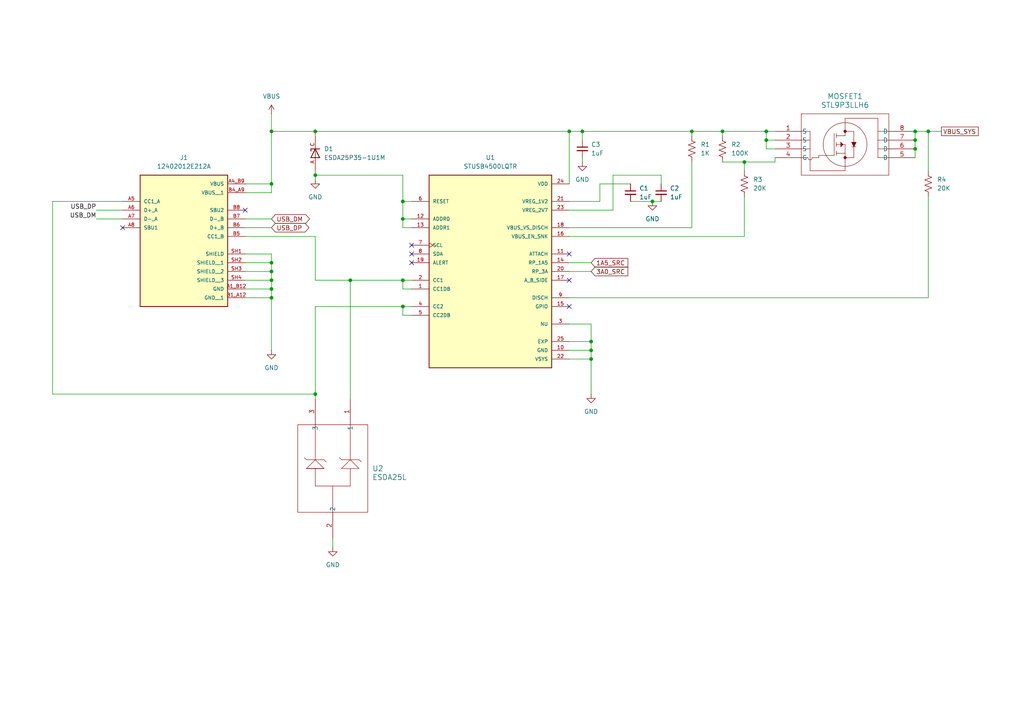
<source format=kicad_sch>
(kicad_sch
	(version 20250114)
	(generator "eeschema")
	(generator_version "9.0")
	(uuid "160fec2d-6e14-4d76-92fa-79c3542d0cef")
	(paper "A4")
	(title_block
		(title "Mechanical Keyboard")
		(date "2025-11-03")
		(rev "A")
	)
	(lib_symbols
		(symbol "12402012E212A:12402012E212A"
			(pin_names
				(offset 1.016)
			)
			(exclude_from_sim no)
			(in_bom yes)
			(on_board yes)
			(property "Reference" "J"
				(at -12.7 13.462 0)
				(effects
					(font
						(size 1.27 1.27)
					)
					(justify left bottom)
				)
			)
			(property "Value" "12402012E212A"
				(at -12.7 -26.162 0)
				(effects
					(font
						(size 1.27 1.27)
					)
					(justify left top)
				)
			)
			(property "Footprint" "12402012E212A:AMPHENOL_12402012E212A"
				(at 0 0 0)
				(effects
					(font
						(size 1.27 1.27)
					)
					(justify bottom)
					(hide yes)
				)
			)
			(property "Datasheet" ""
				(at 0 0 0)
				(effects
					(font
						(size 1.27 1.27)
					)
					(hide yes)
				)
			)
			(property "Description" ""
				(at 0 0 0)
				(effects
					(font
						(size 1.27 1.27)
					)
					(hide yes)
				)
			)
			(property "PARTREV" "4"
				(at 0 0 0)
				(effects
					(font
						(size 1.27 1.27)
					)
					(justify bottom)
					(hide yes)
				)
			)
			(property "STANDARD" "Manufacturer Recommendations"
				(at 0 0 0)
				(effects
					(font
						(size 1.27 1.27)
					)
					(justify bottom)
					(hide yes)
				)
			)
			(property "MAXIMUM_PACKAGE_HEIGHT" "3.26 mm"
				(at 0 0 0)
				(effects
					(font
						(size 1.27 1.27)
					)
					(justify bottom)
					(hide yes)
				)
			)
			(property "MANUFACTURER" "Amphenol"
				(at 0 0 0)
				(effects
					(font
						(size 1.27 1.27)
					)
					(justify bottom)
					(hide yes)
				)
			)
			(symbol "12402012E212A_0_0"
				(rectangle
					(start -12.7 -25.4)
					(end 12.7 12.7)
					(stroke
						(width 0.254)
						(type default)
					)
					(fill
						(type background)
					)
				)
				(pin bidirectional line
					(at -17.78 5.08 0)
					(length 5.08)
					(name "CC1_A"
						(effects
							(font
								(size 1.016 1.016)
							)
						)
					)
					(number "A5"
						(effects
							(font
								(size 1.016 1.016)
							)
						)
					)
				)
				(pin bidirectional line
					(at -17.78 2.54 0)
					(length 5.08)
					(name "D+_A"
						(effects
							(font
								(size 1.016 1.016)
							)
						)
					)
					(number "A6"
						(effects
							(font
								(size 1.016 1.016)
							)
						)
					)
				)
				(pin bidirectional line
					(at -17.78 0 0)
					(length 5.08)
					(name "D-_A"
						(effects
							(font
								(size 1.016 1.016)
							)
						)
					)
					(number "A7"
						(effects
							(font
								(size 1.016 1.016)
							)
						)
					)
				)
				(pin bidirectional line
					(at -17.78 -2.54 0)
					(length 5.08)
					(name "SBU1"
						(effects
							(font
								(size 1.016 1.016)
							)
						)
					)
					(number "A8"
						(effects
							(font
								(size 1.016 1.016)
							)
						)
					)
				)
				(pin power_in line
					(at 17.78 10.16 180)
					(length 5.08)
					(name "VBUS"
						(effects
							(font
								(size 1.016 1.016)
							)
						)
					)
					(number "A4_B9"
						(effects
							(font
								(size 1.016 1.016)
							)
						)
					)
				)
				(pin power_in line
					(at 17.78 7.62 180)
					(length 5.08)
					(name "VBUS__1"
						(effects
							(font
								(size 1.016 1.016)
							)
						)
					)
					(number "B4_A9"
						(effects
							(font
								(size 1.016 1.016)
							)
						)
					)
				)
				(pin bidirectional line
					(at 17.78 2.54 180)
					(length 5.08)
					(name "SBU2"
						(effects
							(font
								(size 1.016 1.016)
							)
						)
					)
					(number "B8"
						(effects
							(font
								(size 1.016 1.016)
							)
						)
					)
				)
				(pin bidirectional line
					(at 17.78 0 180)
					(length 5.08)
					(name "D-_B"
						(effects
							(font
								(size 1.016 1.016)
							)
						)
					)
					(number "B7"
						(effects
							(font
								(size 1.016 1.016)
							)
						)
					)
				)
				(pin bidirectional line
					(at 17.78 -2.54 180)
					(length 5.08)
					(name "D+_B"
						(effects
							(font
								(size 1.016 1.016)
							)
						)
					)
					(number "B6"
						(effects
							(font
								(size 1.016 1.016)
							)
						)
					)
				)
				(pin bidirectional line
					(at 17.78 -5.08 180)
					(length 5.08)
					(name "CC1_B"
						(effects
							(font
								(size 1.016 1.016)
							)
						)
					)
					(number "B5"
						(effects
							(font
								(size 1.016 1.016)
							)
						)
					)
				)
				(pin passive line
					(at 17.78 -10.16 180)
					(length 5.08)
					(name "SHIELD"
						(effects
							(font
								(size 1.016 1.016)
							)
						)
					)
					(number "SH1"
						(effects
							(font
								(size 1.016 1.016)
							)
						)
					)
				)
				(pin passive line
					(at 17.78 -12.7 180)
					(length 5.08)
					(name "SHIELD__1"
						(effects
							(font
								(size 1.016 1.016)
							)
						)
					)
					(number "SH2"
						(effects
							(font
								(size 1.016 1.016)
							)
						)
					)
				)
				(pin passive line
					(at 17.78 -15.24 180)
					(length 5.08)
					(name "SHIELD__2"
						(effects
							(font
								(size 1.016 1.016)
							)
						)
					)
					(number "SH3"
						(effects
							(font
								(size 1.016 1.016)
							)
						)
					)
				)
				(pin passive line
					(at 17.78 -17.78 180)
					(length 5.08)
					(name "SHIELD__3"
						(effects
							(font
								(size 1.016 1.016)
							)
						)
					)
					(number "SH4"
						(effects
							(font
								(size 1.016 1.016)
							)
						)
					)
				)
				(pin power_in line
					(at 17.78 -20.32 180)
					(length 5.08)
					(name "GND"
						(effects
							(font
								(size 1.016 1.016)
							)
						)
					)
					(number "A1_B12"
						(effects
							(font
								(size 1.016 1.016)
							)
						)
					)
				)
				(pin power_in line
					(at 17.78 -22.86 180)
					(length 5.08)
					(name "GND__1"
						(effects
							(font
								(size 1.016 1.016)
							)
						)
					)
					(number "B1_A12"
						(effects
							(font
								(size 1.016 1.016)
							)
						)
					)
				)
			)
			(embedded_fonts no)
		)
		(symbol "Device:C_Small"
			(pin_numbers
				(hide yes)
			)
			(pin_names
				(offset 0.254)
				(hide yes)
			)
			(exclude_from_sim no)
			(in_bom yes)
			(on_board yes)
			(property "Reference" "C"
				(at 0.254 1.778 0)
				(effects
					(font
						(size 1.27 1.27)
					)
					(justify left)
				)
			)
			(property "Value" "C_Small"
				(at 0.254 -2.032 0)
				(effects
					(font
						(size 1.27 1.27)
					)
					(justify left)
				)
			)
			(property "Footprint" ""
				(at 0 0 0)
				(effects
					(font
						(size 1.27 1.27)
					)
					(hide yes)
				)
			)
			(property "Datasheet" "~"
				(at 0 0 0)
				(effects
					(font
						(size 1.27 1.27)
					)
					(hide yes)
				)
			)
			(property "Description" "Unpolarized capacitor, small symbol"
				(at 0 0 0)
				(effects
					(font
						(size 1.27 1.27)
					)
					(hide yes)
				)
			)
			(property "ki_keywords" "capacitor cap"
				(at 0 0 0)
				(effects
					(font
						(size 1.27 1.27)
					)
					(hide yes)
				)
			)
			(property "ki_fp_filters" "C_*"
				(at 0 0 0)
				(effects
					(font
						(size 1.27 1.27)
					)
					(hide yes)
				)
			)
			(symbol "C_Small_0_1"
				(polyline
					(pts
						(xy -1.524 0.508) (xy 1.524 0.508)
					)
					(stroke
						(width 0.3048)
						(type default)
					)
					(fill
						(type none)
					)
				)
				(polyline
					(pts
						(xy -1.524 -0.508) (xy 1.524 -0.508)
					)
					(stroke
						(width 0.3302)
						(type default)
					)
					(fill
						(type none)
					)
				)
			)
			(symbol "C_Small_1_1"
				(pin passive line
					(at 0 2.54 270)
					(length 2.032)
					(name "~"
						(effects
							(font
								(size 1.27 1.27)
							)
						)
					)
					(number "1"
						(effects
							(font
								(size 1.27 1.27)
							)
						)
					)
				)
				(pin passive line
					(at 0 -2.54 90)
					(length 2.032)
					(name "~"
						(effects
							(font
								(size 1.27 1.27)
							)
						)
					)
					(number "2"
						(effects
							(font
								(size 1.27 1.27)
							)
						)
					)
				)
			)
			(embedded_fonts no)
		)
		(symbol "Device:R_US"
			(pin_numbers
				(hide yes)
			)
			(pin_names
				(offset 0)
			)
			(exclude_from_sim no)
			(in_bom yes)
			(on_board yes)
			(property "Reference" "R"
				(at 2.54 0 90)
				(effects
					(font
						(size 1.27 1.27)
					)
				)
			)
			(property "Value" "R_US"
				(at -2.54 0 90)
				(effects
					(font
						(size 1.27 1.27)
					)
				)
			)
			(property "Footprint" ""
				(at 1.016 -0.254 90)
				(effects
					(font
						(size 1.27 1.27)
					)
					(hide yes)
				)
			)
			(property "Datasheet" "~"
				(at 0 0 0)
				(effects
					(font
						(size 1.27 1.27)
					)
					(hide yes)
				)
			)
			(property "Description" "Resistor, US symbol"
				(at 0 0 0)
				(effects
					(font
						(size 1.27 1.27)
					)
					(hide yes)
				)
			)
			(property "ki_keywords" "R res resistor"
				(at 0 0 0)
				(effects
					(font
						(size 1.27 1.27)
					)
					(hide yes)
				)
			)
			(property "ki_fp_filters" "R_*"
				(at 0 0 0)
				(effects
					(font
						(size 1.27 1.27)
					)
					(hide yes)
				)
			)
			(symbol "R_US_0_1"
				(polyline
					(pts
						(xy 0 2.286) (xy 0 2.54)
					)
					(stroke
						(width 0)
						(type default)
					)
					(fill
						(type none)
					)
				)
				(polyline
					(pts
						(xy 0 2.286) (xy 1.016 1.905) (xy 0 1.524) (xy -1.016 1.143) (xy 0 0.762)
					)
					(stroke
						(width 0)
						(type default)
					)
					(fill
						(type none)
					)
				)
				(polyline
					(pts
						(xy 0 0.762) (xy 1.016 0.381) (xy 0 0) (xy -1.016 -0.381) (xy 0 -0.762)
					)
					(stroke
						(width 0)
						(type default)
					)
					(fill
						(type none)
					)
				)
				(polyline
					(pts
						(xy 0 -0.762) (xy 1.016 -1.143) (xy 0 -1.524) (xy -1.016 -1.905) (xy 0 -2.286)
					)
					(stroke
						(width 0)
						(type default)
					)
					(fill
						(type none)
					)
				)
				(polyline
					(pts
						(xy 0 -2.286) (xy 0 -2.54)
					)
					(stroke
						(width 0)
						(type default)
					)
					(fill
						(type none)
					)
				)
			)
			(symbol "R_US_1_1"
				(pin passive line
					(at 0 3.81 270)
					(length 1.27)
					(name "~"
						(effects
							(font
								(size 1.27 1.27)
							)
						)
					)
					(number "1"
						(effects
							(font
								(size 1.27 1.27)
							)
						)
					)
				)
				(pin passive line
					(at 0 -3.81 90)
					(length 1.27)
					(name "~"
						(effects
							(font
								(size 1.27 1.27)
							)
						)
					)
					(number "2"
						(effects
							(font
								(size 1.27 1.27)
							)
						)
					)
				)
			)
			(embedded_fonts no)
		)
		(symbol "ESDA25L:ESDA25L"
			(pin_names
				(offset 0.254)
			)
			(exclude_from_sim no)
			(in_bom yes)
			(on_board yes)
			(property "Reference" "U"
				(at 20.32 10.16 0)
				(effects
					(font
						(size 1.524 1.524)
					)
				)
			)
			(property "Value" "ESDA25L"
				(at 20.32 7.62 0)
				(effects
					(font
						(size 1.524 1.524)
					)
				)
			)
			(property "Footprint" "SOT_A25L_STM"
				(at 0 0 0)
				(effects
					(font
						(size 1.27 1.27)
						(italic yes)
					)
					(hide yes)
				)
			)
			(property "Datasheet" "https://www.st.com/resource/en/datasheet/esdal.pdf"
				(at 0 0 0)
				(effects
					(font
						(size 1.27 1.27)
						(italic yes)
					)
					(hide yes)
				)
			)
			(property "Description" ""
				(at 0 0 0)
				(effects
					(font
						(size 1.27 1.27)
					)
					(hide yes)
				)
			)
			(property "ki_locked" ""
				(at 0 0 0)
				(effects
					(font
						(size 1.27 1.27)
					)
				)
			)
			(property "ki_keywords" "ESDA25L"
				(at 0 0 0)
				(effects
					(font
						(size 1.27 1.27)
					)
					(hide yes)
				)
			)
			(property "ki_fp_filters" "SOT_A25L_STM SOT_A25L_STM-M SOT_A25L_STM-L"
				(at 0 0 0)
				(effects
					(font
						(size 1.27 1.27)
					)
					(hide yes)
				)
			)
			(symbol "ESDA25L_0_1"
				(polyline
					(pts
						(xy 7.62 5.08) (xy 7.62 -15.24)
					)
					(stroke
						(width 0.127)
						(type default)
					)
					(fill
						(type none)
					)
				)
				(polyline
					(pts
						(xy 7.62 0) (xy 17.78 0)
					)
					(stroke
						(width 0.127)
						(type default)
					)
					(fill
						(type none)
					)
				)
				(polyline
					(pts
						(xy 7.62 -10.16) (xy 17.78 -10.16)
					)
					(stroke
						(width 0.127)
						(type default)
					)
					(fill
						(type none)
					)
				)
				(polyline
					(pts
						(xy 7.62 -15.24) (xy 33.02 -15.24)
					)
					(stroke
						(width 0.127)
						(type default)
					)
					(fill
						(type none)
					)
				)
				(polyline
					(pts
						(xy 17.78 2.54) (xy 18.415 3.175)
					)
					(stroke
						(width 0.127)
						(type default)
					)
					(fill
						(type none)
					)
				)
				(polyline
					(pts
						(xy 17.78 0) (xy 20.32 2.54)
					)
					(stroke
						(width 0.127)
						(type default)
					)
					(fill
						(type none)
					)
				)
				(polyline
					(pts
						(xy 17.78 -2.54) (xy 17.145 -3.175)
					)
					(stroke
						(width 0.127)
						(type default)
					)
					(fill
						(type none)
					)
				)
				(polyline
					(pts
						(xy 17.78 -2.54) (xy 17.78 2.54)
					)
					(stroke
						(width 0.127)
						(type default)
					)
					(fill
						(type none)
					)
				)
				(polyline
					(pts
						(xy 17.78 -7.62) (xy 18.415 -6.985)
					)
					(stroke
						(width 0.127)
						(type default)
					)
					(fill
						(type none)
					)
				)
				(polyline
					(pts
						(xy 17.78 -10.16) (xy 20.32 -7.62)
					)
					(stroke
						(width 0.127)
						(type default)
					)
					(fill
						(type none)
					)
				)
				(polyline
					(pts
						(xy 17.78 -12.7) (xy 17.145 -13.335)
					)
					(stroke
						(width 0.127)
						(type default)
					)
					(fill
						(type none)
					)
				)
				(polyline
					(pts
						(xy 17.78 -12.7) (xy 17.78 -7.62)
					)
					(stroke
						(width 0.127)
						(type default)
					)
					(fill
						(type none)
					)
				)
				(polyline
					(pts
						(xy 20.32 2.54) (xy 20.32 -2.54)
					)
					(stroke
						(width 0.127)
						(type default)
					)
					(fill
						(type none)
					)
				)
				(polyline
					(pts
						(xy 20.32 -2.54) (xy 17.78 0)
					)
					(stroke
						(width 0.127)
						(type default)
					)
					(fill
						(type none)
					)
				)
				(polyline
					(pts
						(xy 20.32 -7.62) (xy 20.32 -12.7)
					)
					(stroke
						(width 0.127)
						(type default)
					)
					(fill
						(type none)
					)
				)
				(polyline
					(pts
						(xy 20.32 -10.16) (xy 25.4 -10.16)
					)
					(stroke
						(width 0.127)
						(type default)
					)
					(fill
						(type none)
					)
				)
				(polyline
					(pts
						(xy 20.32 -12.7) (xy 17.78 -10.16)
					)
					(stroke
						(width 0.127)
						(type default)
					)
					(fill
						(type none)
					)
				)
				(polyline
					(pts
						(xy 20.32 -12.7) (xy 20.32 -7.62)
					)
					(stroke
						(width 0.127)
						(type default)
					)
					(fill
						(type none)
					)
				)
				(polyline
					(pts
						(xy 25.4 0) (xy 20.32 0)
					)
					(stroke
						(width 0.127)
						(type default)
					)
					(fill
						(type none)
					)
				)
				(polyline
					(pts
						(xy 25.4 -5.08) (xy 35.56 -5.08)
					)
					(stroke
						(width 0.127)
						(type default)
					)
					(fill
						(type none)
					)
				)
				(polyline
					(pts
						(xy 25.4 -10.16) (xy 25.4 0)
					)
					(stroke
						(width 0.127)
						(type default)
					)
					(fill
						(type none)
					)
				)
				(polyline
					(pts
						(xy 33.02 5.08) (xy 7.62 5.08)
					)
					(stroke
						(width 0.127)
						(type default)
					)
					(fill
						(type none)
					)
				)
				(polyline
					(pts
						(xy 33.02 -15.24) (xy 33.02 5.08)
					)
					(stroke
						(width 0.127)
						(type default)
					)
					(fill
						(type none)
					)
				)
				(pin unspecified line
					(at 0 0 0)
					(length 7.62)
					(name "1"
						(effects
							(font
								(size 1.27 1.27)
							)
						)
					)
					(number "1"
						(effects
							(font
								(size 1.27 1.27)
							)
						)
					)
				)
				(pin unspecified line
					(at 0 -10.16 0)
					(length 7.62)
					(name "3"
						(effects
							(font
								(size 1.27 1.27)
							)
						)
					)
					(number "3"
						(effects
							(font
								(size 1.27 1.27)
							)
						)
					)
				)
				(pin unspecified line
					(at 40.64 -5.08 180)
					(length 7.62)
					(name "2"
						(effects
							(font
								(size 1.27 1.27)
							)
						)
					)
					(number "2"
						(effects
							(font
								(size 1.27 1.27)
							)
						)
					)
				)
			)
			(embedded_fonts no)
		)
		(symbol "ESDA25P35:ESDA25P35-1U1M"
			(pin_names
				(offset 1.016)
			)
			(exclude_from_sim no)
			(in_bom yes)
			(on_board yes)
			(property "Reference" "D"
				(at -5.0835 2.4159 0)
				(effects
					(font
						(size 1.27 1.27)
					)
					(justify left bottom)
				)
			)
			(property "Value" "ESDA25P35-1U1M"
				(at -5.0854 -4.9611 0)
				(effects
					(font
						(size 1.27 1.27)
					)
					(justify left bottom)
				)
			)
			(property "Footprint" "ESDA25P35-1U1M:TVS_ESDA25P35-1U1M"
				(at 0 0 0)
				(effects
					(font
						(size 1.27 1.27)
					)
					(justify bottom)
					(hide yes)
				)
			)
			(property "Datasheet" ""
				(at 0 0 0)
				(effects
					(font
						(size 1.27 1.27)
					)
					(hide yes)
				)
			)
			(property "Description" ""
				(at 0 0 0)
				(effects
					(font
						(size 1.27 1.27)
					)
					(hide yes)
				)
			)
			(property "PARTREV" "2"
				(at 0 0 0)
				(effects
					(font
						(size 1.27 1.27)
					)
					(justify bottom)
					(hide yes)
				)
			)
			(property "STANDARD" "Manufacturer Recommendations"
				(at 0 0 0)
				(effects
					(font
						(size 1.27 1.27)
					)
					(justify bottom)
					(hide yes)
				)
			)
			(property "MAXIMUM_PACKAGE_HEIGHT" "0.6 mm"
				(at 0 0 0)
				(effects
					(font
						(size 1.27 1.27)
					)
					(justify bottom)
					(hide yes)
				)
			)
			(property "MANUFACTURER" "STMicroelectronics"
				(at 0 0 0)
				(effects
					(font
						(size 1.27 1.27)
					)
					(justify bottom)
					(hide yes)
				)
			)
			(symbol "ESDA25P35-1U1M_0_0"
				(polyline
					(pts
						(xy -1.27 0) (xy -1.27 1.27)
					)
					(stroke
						(width 0.254)
						(type default)
					)
					(fill
						(type none)
					)
				)
				(polyline
					(pts
						(xy -1.27 0) (xy 1.27 -1.27)
					)
					(stroke
						(width 0.254)
						(type default)
					)
					(fill
						(type none)
					)
				)
				(polyline
					(pts
						(xy -1.27 -1.27) (xy -1.27 0)
					)
					(stroke
						(width 0.254)
						(type default)
					)
					(fill
						(type none)
					)
				)
				(polyline
					(pts
						(xy -0.635 -1.27) (xy -1.27 -1.27)
					)
					(stroke
						(width 0.254)
						(type default)
					)
					(fill
						(type none)
					)
				)
				(polyline
					(pts
						(xy 1.27 1.27) (xy -1.27 0)
					)
					(stroke
						(width 0.254)
						(type default)
					)
					(fill
						(type none)
					)
				)
				(polyline
					(pts
						(xy 1.27 -1.27) (xy 1.27 1.27)
					)
					(stroke
						(width 0.254)
						(type default)
					)
					(fill
						(type none)
					)
				)
				(pin passive line
					(at -5.08 0 0)
					(length 5.08)
					(name "~"
						(effects
							(font
								(size 1.016 1.016)
							)
						)
					)
					(number "C"
						(effects
							(font
								(size 1.016 1.016)
							)
						)
					)
				)
				(pin passive line
					(at 5.08 0 180)
					(length 5.08)
					(name "~"
						(effects
							(font
								(size 1.016 1.016)
							)
						)
					)
					(number "A"
						(effects
							(font
								(size 1.016 1.016)
							)
						)
					)
				)
			)
			(embedded_fonts no)
		)
		(symbol "STL9P3LLH6:STL9P3LLH6"
			(pin_names
				(offset 0.254)
			)
			(exclude_from_sim no)
			(in_bom yes)
			(on_board yes)
			(property "Reference" "MOSFET"
				(at 20.32 10.16 0)
				(effects
					(font
						(size 1.524 1.524)
					)
				)
			)
			(property "Value" "STL9P3LLH6"
				(at 20.32 7.62 0)
				(effects
					(font
						(size 1.524 1.524)
					)
				)
			)
			(property "Footprint" "POWERFLAT_3P3X3P3_STM"
				(at 0 0 0)
				(effects
					(font
						(size 1.27 1.27)
						(italic yes)
					)
					(hide yes)
				)
			)
			(property "Datasheet" "https://www.st.com/resource/en/datasheet/stl9p3llh6.pdf"
				(at 0 0 0)
				(effects
					(font
						(size 1.27 1.27)
						(italic yes)
					)
					(hide yes)
				)
			)
			(property "Description" ""
				(at 0 0 0)
				(effects
					(font
						(size 1.27 1.27)
					)
					(hide yes)
				)
			)
			(property "ki_locked" ""
				(at 0 0 0)
				(effects
					(font
						(size 1.27 1.27)
					)
				)
			)
			(property "ki_keywords" "STL9P3LLH6"
				(at 0 0 0)
				(effects
					(font
						(size 1.27 1.27)
					)
					(hide yes)
				)
			)
			(property "ki_fp_filters" "POWERFLAT_3P3X3P3_STM POWERFLAT_3P3X3P3_STM-M POWERFLAT_3P3X3P3_STM-L"
				(at 0 0 0)
				(effects
					(font
						(size 1.27 1.27)
					)
					(hide yes)
				)
			)
			(symbol "STL9P3LLH6_0_1"
				(polyline
					(pts
						(xy 7.62 5.08) (xy 7.62 -12.7)
					)
					(stroke
						(width 0.127)
						(type default)
					)
					(fill
						(type none)
					)
				)
				(polyline
					(pts
						(xy 7.62 0) (xy 10.16 0)
					)
					(stroke
						(width 0.127)
						(type default)
					)
					(fill
						(type none)
					)
				)
				(polyline
					(pts
						(xy 7.62 -2.54) (xy 10.16 -2.54)
					)
					(stroke
						(width 0.127)
						(type default)
					)
					(fill
						(type none)
					)
				)
				(polyline
					(pts
						(xy 7.62 -5.08) (xy 10.16 -5.08)
					)
					(stroke
						(width 0.127)
						(type default)
					)
					(fill
						(type none)
					)
				)
				(polyline
					(pts
						(xy 7.62 -7.62) (xy 9.525 -7.62)
					)
					(stroke
						(width 0.127)
						(type default)
					)
					(fill
						(type none)
					)
				)
				(polyline
					(pts
						(xy 7.62 -12.7) (xy 33.02 -12.7)
					)
					(stroke
						(width 0.127)
						(type default)
					)
					(fill
						(type none)
					)
				)
				(polyline
					(pts
						(xy 10.16 0) (xy 10.16 -11.43)
					)
					(stroke
						(width 0.127)
						(type default)
					)
					(fill
						(type none)
					)
				)
				(arc
					(start 10.795 -7.62)
					(mid 10.16 -8.2522)
					(end 9.525 -7.62)
					(stroke
						(width 0.127)
						(type default)
					)
					(fill
						(type none)
					)
				)
				(polyline
					(pts
						(xy 10.16 -11.43) (xy 20.32 -11.43)
					)
					(stroke
						(width 0.127)
						(type default)
					)
					(fill
						(type none)
					)
				)
				(polyline
					(pts
						(xy 10.795 -7.62) (xy 12.7 -7.62)
					)
					(stroke
						(width 0.127)
						(type default)
					)
					(fill
						(type none)
					)
				)
				(polyline
					(pts
						(xy 12.7 -7.62) (xy 12.7 -6.985)
					)
					(stroke
						(width 0.127)
						(type default)
					)
					(fill
						(type none)
					)
				)
				(polyline
					(pts
						(xy 17.145 -6.985) (xy 12.7 -6.985)
					)
					(stroke
						(width 0.127)
						(type default)
					)
					(fill
						(type none)
					)
				)
				(polyline
					(pts
						(xy 17.145 -6.985) (xy 17.145 -0.635)
					)
					(stroke
						(width 0.127)
						(type default)
					)
					(fill
						(type none)
					)
				)
				(polyline
					(pts
						(xy 17.78 -0.635) (xy 17.78 -1.905)
					)
					(stroke
						(width 0.127)
						(type default)
					)
					(fill
						(type none)
					)
				)
				(polyline
					(pts
						(xy 17.78 -1.27) (xy 20.32 -1.27)
					)
					(stroke
						(width 0.127)
						(type default)
					)
					(fill
						(type none)
					)
				)
				(polyline
					(pts
						(xy 17.78 -3.175) (xy 17.78 -4.445)
					)
					(stroke
						(width 0.127)
						(type default)
					)
					(fill
						(type none)
					)
				)
				(polyline
					(pts
						(xy 17.78 -5.715) (xy 17.78 -6.985)
					)
					(stroke
						(width 0.127)
						(type default)
					)
					(fill
						(type none)
					)
				)
				(polyline
					(pts
						(xy 17.78 -6.35) (xy 20.32 -6.35)
					)
					(stroke
						(width 0.127)
						(type default)
					)
					(fill
						(type none)
					)
				)
				(polyline
					(pts
						(xy 19.05 -3.175) (xy 19.05 -4.445)
					)
					(stroke
						(width 0.127)
						(type default)
					)
					(fill
						(type none)
					)
				)
				(polyline
					(pts
						(xy 19.05 -3.175) (xy 19.685 -3.81) (xy 19.05 -4.445)
					)
					(stroke
						(width 0)
						(type default)
					)
					(fill
						(type outline)
					)
				)
				(polyline
					(pts
						(xy 19.685 -3.81) (xy 19.05 -3.175)
					)
					(stroke
						(width 0.127)
						(type default)
					)
					(fill
						(type none)
					)
				)
				(polyline
					(pts
						(xy 19.685 -3.81) (xy 19.05 -4.445)
					)
					(stroke
						(width 0.127)
						(type default)
					)
					(fill
						(type none)
					)
				)
				(polyline
					(pts
						(xy 20.32 3.81) (xy 29.845 3.81)
					)
					(stroke
						(width 0.127)
						(type default)
					)
					(fill
						(type none)
					)
				)
				(polyline
					(pts
						(xy 20.32 0) (xy 22.86 0)
					)
					(stroke
						(width 0.127)
						(type default)
					)
					(fill
						(type none)
					)
				)
				(circle
					(center 20.32 0)
					(radius 0.254)
					(stroke
						(width 0.381)
						(type default)
					)
					(fill
						(type none)
					)
				)
				(polyline
					(pts
						(xy 20.32 -1.27) (xy 20.32 3.81)
					)
					(stroke
						(width 0.127)
						(type default)
					)
					(fill
						(type none)
					)
				)
				(polyline
					(pts
						(xy 20.32 -3.81) (xy 17.78 -3.81)
					)
					(stroke
						(width 0.127)
						(type default)
					)
					(fill
						(type none)
					)
				)
				(circle
					(center 20.32 -3.81)
					(radius 6.35)
					(stroke
						(width 0.127)
						(type default)
					)
					(fill
						(type none)
					)
				)
				(polyline
					(pts
						(xy 20.32 -7.62) (xy 22.86 -7.62)
					)
					(stroke
						(width 0.127)
						(type default)
					)
					(fill
						(type none)
					)
				)
				(circle
					(center 20.32 -7.62)
					(radius 0.254)
					(stroke
						(width 0.381)
						(type default)
					)
					(fill
						(type none)
					)
				)
				(polyline
					(pts
						(xy 20.32 -11.43) (xy 20.32 -3.81)
					)
					(stroke
						(width 0.127)
						(type default)
					)
					(fill
						(type none)
					)
				)
				(polyline
					(pts
						(xy 22.225 -3.175) (xy 23.495 -3.175) (xy 22.86 -4.445)
					)
					(stroke
						(width 0)
						(type default)
					)
					(fill
						(type outline)
					)
				)
				(polyline
					(pts
						(xy 22.86 -4.445) (xy 22.225 -3.175)
					)
					(stroke
						(width 0.127)
						(type default)
					)
					(fill
						(type none)
					)
				)
				(polyline
					(pts
						(xy 22.86 -7.62) (xy 22.86 0)
					)
					(stroke
						(width 0.127)
						(type default)
					)
					(fill
						(type none)
					)
				)
				(polyline
					(pts
						(xy 23.495 -3.175) (xy 22.225 -3.175)
					)
					(stroke
						(width 0.127)
						(type default)
					)
					(fill
						(type none)
					)
				)
				(polyline
					(pts
						(xy 23.495 -3.175) (xy 22.86 -4.445)
					)
					(stroke
						(width 0.127)
						(type default)
					)
					(fill
						(type none)
					)
				)
				(polyline
					(pts
						(xy 23.495 -4.445) (xy 22.225 -4.445)
					)
					(stroke
						(width 0.127)
						(type default)
					)
					(fill
						(type none)
					)
				)
				(polyline
					(pts
						(xy 29.845 0) (xy 33.02 0)
					)
					(stroke
						(width 0.127)
						(type default)
					)
					(fill
						(type none)
					)
				)
				(polyline
					(pts
						(xy 29.845 -2.54) (xy 33.02 -2.54)
					)
					(stroke
						(width 0.127)
						(type default)
					)
					(fill
						(type none)
					)
				)
				(polyline
					(pts
						(xy 29.845 -5.08) (xy 33.02 -5.08)
					)
					(stroke
						(width 0.127)
						(type default)
					)
					(fill
						(type none)
					)
				)
				(polyline
					(pts
						(xy 29.845 -7.62) (xy 29.845 3.81)
					)
					(stroke
						(width 0.127)
						(type default)
					)
					(fill
						(type none)
					)
				)
				(polyline
					(pts
						(xy 33.02 5.08) (xy 7.62 5.08)
					)
					(stroke
						(width 0.127)
						(type default)
					)
					(fill
						(type none)
					)
				)
				(polyline
					(pts
						(xy 33.02 -7.62) (xy 29.845 -7.62)
					)
					(stroke
						(width 0.127)
						(type default)
					)
					(fill
						(type none)
					)
				)
				(polyline
					(pts
						(xy 33.02 -12.7) (xy 33.02 5.08)
					)
					(stroke
						(width 0.127)
						(type default)
					)
					(fill
						(type none)
					)
				)
				(pin unspecified line
					(at 0 0 0)
					(length 7.62)
					(name "S"
						(effects
							(font
								(size 1.27 1.27)
							)
						)
					)
					(number "1"
						(effects
							(font
								(size 1.27 1.27)
							)
						)
					)
				)
				(pin unspecified line
					(at 0 -2.54 0)
					(length 7.62)
					(name "S"
						(effects
							(font
								(size 1.27 1.27)
							)
						)
					)
					(number "2"
						(effects
							(font
								(size 1.27 1.27)
							)
						)
					)
				)
				(pin unspecified line
					(at 0 -5.08 0)
					(length 7.62)
					(name "S"
						(effects
							(font
								(size 1.27 1.27)
							)
						)
					)
					(number "3"
						(effects
							(font
								(size 1.27 1.27)
							)
						)
					)
				)
				(pin unspecified line
					(at 0 -7.62 0)
					(length 7.62)
					(name "G"
						(effects
							(font
								(size 1.27 1.27)
							)
						)
					)
					(number "4"
						(effects
							(font
								(size 1.27 1.27)
							)
						)
					)
				)
				(pin unspecified line
					(at 40.64 0 180)
					(length 7.62)
					(name "D"
						(effects
							(font
								(size 1.27 1.27)
							)
						)
					)
					(number "8"
						(effects
							(font
								(size 1.27 1.27)
							)
						)
					)
				)
				(pin unspecified line
					(at 40.64 -2.54 180)
					(length 7.62)
					(name "D"
						(effects
							(font
								(size 1.27 1.27)
							)
						)
					)
					(number "7"
						(effects
							(font
								(size 1.27 1.27)
							)
						)
					)
				)
				(pin unspecified line
					(at 40.64 -5.08 180)
					(length 7.62)
					(name "D"
						(effects
							(font
								(size 1.27 1.27)
							)
						)
					)
					(number "6"
						(effects
							(font
								(size 1.27 1.27)
							)
						)
					)
				)
				(pin unspecified line
					(at 40.64 -7.62 180)
					(length 7.62)
					(name "D"
						(effects
							(font
								(size 1.27 1.27)
							)
						)
					)
					(number "5"
						(effects
							(font
								(size 1.27 1.27)
							)
						)
					)
				)
			)
			(embedded_fonts no)
		)
		(symbol "STUSB4500LQTR:STUSB4500LQTR"
			(pin_names
				(offset 1.016)
			)
			(exclude_from_sim no)
			(in_bom yes)
			(on_board yes)
			(property "Reference" "U"
				(at -17.78 28.575 0)
				(effects
					(font
						(size 1.27 1.27)
					)
					(justify left bottom)
				)
			)
			(property "Value" "STUSB4500LQTR"
				(at -17.78 -30.48 0)
				(effects
					(font
						(size 1.27 1.27)
					)
					(justify left bottom)
				)
			)
			(property "Footprint" "STUSB4500LQTR:QFN50P400X400X100-25N"
				(at 0 0 0)
				(effects
					(font
						(size 1.27 1.27)
					)
					(justify bottom)
					(hide yes)
				)
			)
			(property "Datasheet" ""
				(at 0 0 0)
				(effects
					(font
						(size 1.27 1.27)
					)
					(hide yes)
				)
			)
			(property "Description" ""
				(at 0 0 0)
				(effects
					(font
						(size 1.27 1.27)
					)
					(hide yes)
				)
			)
			(property "PARTREV" "4"
				(at 0 0 0)
				(effects
					(font
						(size 1.27 1.27)
					)
					(justify bottom)
					(hide yes)
				)
			)
			(property "STANDARD" "IPC 7351B"
				(at 0 0 0)
				(effects
					(font
						(size 1.27 1.27)
					)
					(justify bottom)
					(hide yes)
				)
			)
			(property "MAXIMUM_PACKAGE_HEIGHT" "1 mm"
				(at 0 0 0)
				(effects
					(font
						(size 1.27 1.27)
					)
					(justify bottom)
					(hide yes)
				)
			)
			(property "MANUFACTURER" "STMicroelectronics"
				(at 0 0 0)
				(effects
					(font
						(size 1.27 1.27)
					)
					(justify bottom)
					(hide yes)
				)
			)
			(symbol "STUSB4500LQTR_0_0"
				(rectangle
					(start -17.78 -27.94)
					(end 17.78 27.94)
					(stroke
						(width 0.254)
						(type default)
					)
					(fill
						(type background)
					)
				)
				(pin input line
					(at -22.86 20.32 0)
					(length 5.08)
					(name "RESET"
						(effects
							(font
								(size 1.016 1.016)
							)
						)
					)
					(number "6"
						(effects
							(font
								(size 1.016 1.016)
							)
						)
					)
				)
				(pin input line
					(at -22.86 15.24 0)
					(length 5.08)
					(name "ADDR0"
						(effects
							(font
								(size 1.016 1.016)
							)
						)
					)
					(number "12"
						(effects
							(font
								(size 1.016 1.016)
							)
						)
					)
				)
				(pin input line
					(at -22.86 12.7 0)
					(length 5.08)
					(name "ADDR1"
						(effects
							(font
								(size 1.016 1.016)
							)
						)
					)
					(number "13"
						(effects
							(font
								(size 1.016 1.016)
							)
						)
					)
				)
				(pin input clock
					(at -22.86 7.62 0)
					(length 5.08)
					(name "SCL"
						(effects
							(font
								(size 1.016 1.016)
							)
						)
					)
					(number "7"
						(effects
							(font
								(size 1.016 1.016)
							)
						)
					)
				)
				(pin bidirectional line
					(at -22.86 5.08 0)
					(length 5.08)
					(name "SDA"
						(effects
							(font
								(size 1.016 1.016)
							)
						)
					)
					(number "8"
						(effects
							(font
								(size 1.016 1.016)
							)
						)
					)
				)
				(pin output line
					(at -22.86 2.54 0)
					(length 5.08)
					(name "ALERT"
						(effects
							(font
								(size 1.016 1.016)
							)
						)
					)
					(number "19"
						(effects
							(font
								(size 1.016 1.016)
							)
						)
					)
				)
				(pin bidirectional line
					(at -22.86 -2.54 0)
					(length 5.08)
					(name "CC1"
						(effects
							(font
								(size 1.016 1.016)
							)
						)
					)
					(number "2"
						(effects
							(font
								(size 1.016 1.016)
							)
						)
					)
				)
				(pin bidirectional line
					(at -22.86 -5.08 0)
					(length 5.08)
					(name "CC1DB"
						(effects
							(font
								(size 1.016 1.016)
							)
						)
					)
					(number "1"
						(effects
							(font
								(size 1.016 1.016)
							)
						)
					)
				)
				(pin bidirectional line
					(at -22.86 -10.16 0)
					(length 5.08)
					(name "CC2"
						(effects
							(font
								(size 1.016 1.016)
							)
						)
					)
					(number "4"
						(effects
							(font
								(size 1.016 1.016)
							)
						)
					)
				)
				(pin bidirectional line
					(at -22.86 -12.7 0)
					(length 5.08)
					(name "CC2DB"
						(effects
							(font
								(size 1.016 1.016)
							)
						)
					)
					(number "5"
						(effects
							(font
								(size 1.016 1.016)
							)
						)
					)
				)
				(pin power_in line
					(at 22.86 25.4 180)
					(length 5.08)
					(name "VDD"
						(effects
							(font
								(size 1.016 1.016)
							)
						)
					)
					(number "24"
						(effects
							(font
								(size 1.016 1.016)
							)
						)
					)
				)
				(pin output line
					(at 22.86 20.32 180)
					(length 5.08)
					(name "VREG_1V2"
						(effects
							(font
								(size 1.016 1.016)
							)
						)
					)
					(number "21"
						(effects
							(font
								(size 1.016 1.016)
							)
						)
					)
				)
				(pin output line
					(at 22.86 17.78 180)
					(length 5.08)
					(name "VREG_2V7"
						(effects
							(font
								(size 1.016 1.016)
							)
						)
					)
					(number "23"
						(effects
							(font
								(size 1.016 1.016)
							)
						)
					)
				)
				(pin input line
					(at 22.86 12.7 180)
					(length 5.08)
					(name "VBUS_VS_DISCH"
						(effects
							(font
								(size 1.016 1.016)
							)
						)
					)
					(number "18"
						(effects
							(font
								(size 1.016 1.016)
							)
						)
					)
				)
				(pin output line
					(at 22.86 10.16 180)
					(length 5.08)
					(name "VBUS_EN_SNK"
						(effects
							(font
								(size 1.016 1.016)
							)
						)
					)
					(number "16"
						(effects
							(font
								(size 1.016 1.016)
							)
						)
					)
				)
				(pin output line
					(at 22.86 5.08 180)
					(length 5.08)
					(name "ATTACH"
						(effects
							(font
								(size 1.016 1.016)
							)
						)
					)
					(number "11"
						(effects
							(font
								(size 1.016 1.016)
							)
						)
					)
				)
				(pin output line
					(at 22.86 2.54 180)
					(length 5.08)
					(name "RP_1A5"
						(effects
							(font
								(size 1.016 1.016)
							)
						)
					)
					(number "14"
						(effects
							(font
								(size 1.016 1.016)
							)
						)
					)
				)
				(pin output line
					(at 22.86 0 180)
					(length 5.08)
					(name "RP_3A"
						(effects
							(font
								(size 1.016 1.016)
							)
						)
					)
					(number "20"
						(effects
							(font
								(size 1.016 1.016)
							)
						)
					)
				)
				(pin output line
					(at 22.86 -2.54 180)
					(length 5.08)
					(name "A_B_SIDE"
						(effects
							(font
								(size 1.016 1.016)
							)
						)
					)
					(number "17"
						(effects
							(font
								(size 1.016 1.016)
							)
						)
					)
				)
				(pin bidirectional line
					(at 22.86 -7.62 180)
					(length 5.08)
					(name "DISCH"
						(effects
							(font
								(size 1.016 1.016)
							)
						)
					)
					(number "9"
						(effects
							(font
								(size 1.016 1.016)
							)
						)
					)
				)
				(pin bidirectional line
					(at 22.86 -10.16 180)
					(length 5.08)
					(name "GPIO"
						(effects
							(font
								(size 1.016 1.016)
							)
						)
					)
					(number "15"
						(effects
							(font
								(size 1.016 1.016)
							)
						)
					)
				)
				(pin passive line
					(at 22.86 -15.24 180)
					(length 5.08)
					(name "NU"
						(effects
							(font
								(size 1.016 1.016)
							)
						)
					)
					(number "3"
						(effects
							(font
								(size 1.016 1.016)
							)
						)
					)
				)
				(pin power_in line
					(at 22.86 -20.32 180)
					(length 5.08)
					(name "EXP"
						(effects
							(font
								(size 1.016 1.016)
							)
						)
					)
					(number "25"
						(effects
							(font
								(size 1.016 1.016)
							)
						)
					)
				)
				(pin power_in line
					(at 22.86 -22.86 180)
					(length 5.08)
					(name "GND"
						(effects
							(font
								(size 1.016 1.016)
							)
						)
					)
					(number "10"
						(effects
							(font
								(size 1.016 1.016)
							)
						)
					)
				)
				(pin power_in line
					(at 22.86 -25.4 180)
					(length 5.08)
					(name "VSYS"
						(effects
							(font
								(size 1.016 1.016)
							)
						)
					)
					(number "22"
						(effects
							(font
								(size 1.016 1.016)
							)
						)
					)
				)
			)
			(embedded_fonts no)
		)
		(symbol "power:GND"
			(power)
			(pin_numbers
				(hide yes)
			)
			(pin_names
				(offset 0)
				(hide yes)
			)
			(exclude_from_sim no)
			(in_bom yes)
			(on_board yes)
			(property "Reference" "#PWR"
				(at 0 -6.35 0)
				(effects
					(font
						(size 1.27 1.27)
					)
					(hide yes)
				)
			)
			(property "Value" "GND"
				(at 0 -3.81 0)
				(effects
					(font
						(size 1.27 1.27)
					)
				)
			)
			(property "Footprint" ""
				(at 0 0 0)
				(effects
					(font
						(size 1.27 1.27)
					)
					(hide yes)
				)
			)
			(property "Datasheet" ""
				(at 0 0 0)
				(effects
					(font
						(size 1.27 1.27)
					)
					(hide yes)
				)
			)
			(property "Description" "Power symbol creates a global label with name \"GND\" , ground"
				(at 0 0 0)
				(effects
					(font
						(size 1.27 1.27)
					)
					(hide yes)
				)
			)
			(property "ki_keywords" "global power"
				(at 0 0 0)
				(effects
					(font
						(size 1.27 1.27)
					)
					(hide yes)
				)
			)
			(symbol "GND_0_1"
				(polyline
					(pts
						(xy 0 0) (xy 0 -1.27) (xy 1.27 -1.27) (xy 0 -2.54) (xy -1.27 -1.27) (xy 0 -1.27)
					)
					(stroke
						(width 0)
						(type default)
					)
					(fill
						(type none)
					)
				)
			)
			(symbol "GND_1_1"
				(pin power_in line
					(at 0 0 270)
					(length 0)
					(name "~"
						(effects
							(font
								(size 1.27 1.27)
							)
						)
					)
					(number "1"
						(effects
							(font
								(size 1.27 1.27)
							)
						)
					)
				)
			)
			(embedded_fonts no)
		)
		(symbol "power:VBUS"
			(power)
			(pin_numbers
				(hide yes)
			)
			(pin_names
				(offset 0)
				(hide yes)
			)
			(exclude_from_sim no)
			(in_bom yes)
			(on_board yes)
			(property "Reference" "#PWR"
				(at 0 -3.81 0)
				(effects
					(font
						(size 1.27 1.27)
					)
					(hide yes)
				)
			)
			(property "Value" "VBUS"
				(at 0 3.556 0)
				(effects
					(font
						(size 1.27 1.27)
					)
				)
			)
			(property "Footprint" ""
				(at 0 0 0)
				(effects
					(font
						(size 1.27 1.27)
					)
					(hide yes)
				)
			)
			(property "Datasheet" ""
				(at 0 0 0)
				(effects
					(font
						(size 1.27 1.27)
					)
					(hide yes)
				)
			)
			(property "Description" "Power symbol creates a global label with name \"VBUS\""
				(at 0 0 0)
				(effects
					(font
						(size 1.27 1.27)
					)
					(hide yes)
				)
			)
			(property "ki_keywords" "global power"
				(at 0 0 0)
				(effects
					(font
						(size 1.27 1.27)
					)
					(hide yes)
				)
			)
			(symbol "VBUS_0_1"
				(polyline
					(pts
						(xy -0.762 1.27) (xy 0 2.54)
					)
					(stroke
						(width 0)
						(type default)
					)
					(fill
						(type none)
					)
				)
				(polyline
					(pts
						(xy 0 2.54) (xy 0.762 1.27)
					)
					(stroke
						(width 0)
						(type default)
					)
					(fill
						(type none)
					)
				)
				(polyline
					(pts
						(xy 0 0) (xy 0 2.54)
					)
					(stroke
						(width 0)
						(type default)
					)
					(fill
						(type none)
					)
				)
			)
			(symbol "VBUS_1_1"
				(pin power_in line
					(at 0 0 90)
					(length 0)
					(name "~"
						(effects
							(font
								(size 1.27 1.27)
							)
						)
					)
					(number "1"
						(effects
							(font
								(size 1.27 1.27)
							)
						)
					)
				)
			)
			(embedded_fonts no)
		)
	)
	(junction
		(at 222.25 38.1)
		(diameter 0)
		(color 0 0 0 0)
		(uuid "05edb2a0-37c8-4e52-a602-139c12ab797c")
	)
	(junction
		(at 116.84 63.5)
		(diameter 0)
		(color 0 0 0 0)
		(uuid "08e6b50e-d2bc-4b64-80a4-bd2363529eaf")
	)
	(junction
		(at 116.84 58.42)
		(diameter 0)
		(color 0 0 0 0)
		(uuid "10aa841d-f66a-41ab-8e72-e7e3c78e99f1")
	)
	(junction
		(at 116.84 81.28)
		(diameter 0)
		(color 0 0 0 0)
		(uuid "11b3f58e-e195-4073-988a-77bd9cd2fbbc")
	)
	(junction
		(at 171.45 101.6)
		(diameter 0)
		(color 0 0 0 0)
		(uuid "12d92b79-cd4c-46f2-91c1-448f12d7bd6a")
	)
	(junction
		(at 200.66 38.1)
		(diameter 0)
		(color 0 0 0 0)
		(uuid "1ad943a3-4066-44dc-b315-086e22aaed94")
	)
	(junction
		(at 165.1 38.1)
		(diameter 0)
		(color 0 0 0 0)
		(uuid "1ff966af-86cb-40df-a8e8-deaca4bef4cb")
	)
	(junction
		(at 78.74 81.28)
		(diameter 0)
		(color 0 0 0 0)
		(uuid "37ce1ed9-009a-4cc3-b25f-e7e2b83fa46a")
	)
	(junction
		(at 91.44 50.8)
		(diameter 0)
		(color 0 0 0 0)
		(uuid "479917bc-9f9e-4a36-a0be-79fe911839aa")
	)
	(junction
		(at 265.43 43.18)
		(diameter 0)
		(color 0 0 0 0)
		(uuid "4d4fa742-165b-4392-b6c3-44f6256da619")
	)
	(junction
		(at 222.25 40.64)
		(diameter 0)
		(color 0 0 0 0)
		(uuid "5a343164-bfc1-42f3-85b9-fbc65dc8c4de")
	)
	(junction
		(at 168.91 38.1)
		(diameter 0)
		(color 0 0 0 0)
		(uuid "5fdcefbf-3e3d-4fcb-943c-add90f30fcd6")
	)
	(junction
		(at 265.43 40.64)
		(diameter 0)
		(color 0 0 0 0)
		(uuid "67f089bf-443d-44ab-80cf-93d3c88e4e2f")
	)
	(junction
		(at 78.74 76.2)
		(diameter 0)
		(color 0 0 0 0)
		(uuid "69294cfa-a236-4ad0-9392-699e5ddfaa24")
	)
	(junction
		(at 78.74 53.34)
		(diameter 0)
		(color 0 0 0 0)
		(uuid "7d095a04-57b1-4737-9e6a-5818d6b295a9")
	)
	(junction
		(at 78.74 83.82)
		(diameter 0)
		(color 0 0 0 0)
		(uuid "92564978-6741-43ce-9ebd-3af47d0d716b")
	)
	(junction
		(at 265.43 38.1)
		(diameter 0)
		(color 0 0 0 0)
		(uuid "9560d01e-1ef6-4a63-aa14-38dee8cf9dc5")
	)
	(junction
		(at 91.44 114.3)
		(diameter 0)
		(color 0 0 0 0)
		(uuid "9df1443c-41e5-4b36-97f8-f635246178b3")
	)
	(junction
		(at 78.74 38.1)
		(diameter 0)
		(color 0 0 0 0)
		(uuid "af108e59-800a-42e0-bba5-61bfb83ba45d")
	)
	(junction
		(at 189.23 58.42)
		(diameter 0)
		(color 0 0 0 0)
		(uuid "b3f33b96-5148-414c-89d4-ef53f142241e")
	)
	(junction
		(at 91.44 38.1)
		(diameter 0)
		(color 0 0 0 0)
		(uuid "b4bac4de-ee77-4908-b3ab-da45f95783ed")
	)
	(junction
		(at 116.84 88.9)
		(diameter 0)
		(color 0 0 0 0)
		(uuid "b563ad8b-f9bd-494c-9856-15979b156404")
	)
	(junction
		(at 78.74 86.36)
		(diameter 0)
		(color 0 0 0 0)
		(uuid "d23acf4a-fa05-423d-a650-91e6b6da994d")
	)
	(junction
		(at 269.24 38.1)
		(diameter 0)
		(color 0 0 0 0)
		(uuid "d395b735-9ac5-4ce8-8150-7496a6a2befd")
	)
	(junction
		(at 209.55 38.1)
		(diameter 0)
		(color 0 0 0 0)
		(uuid "d9ed08ab-1ee3-4b5d-9b0d-47887bd12e93")
	)
	(junction
		(at 78.74 78.74)
		(diameter 0)
		(color 0 0 0 0)
		(uuid "ddd6e311-1e3d-4886-9512-d435d27ffd26")
	)
	(junction
		(at 171.45 99.06)
		(diameter 0)
		(color 0 0 0 0)
		(uuid "edfa43ae-dcef-4190-ba2e-c37e003af332")
	)
	(junction
		(at 171.45 104.14)
		(diameter 0)
		(color 0 0 0 0)
		(uuid "f5386bd5-0e1c-4e79-8d14-790b8eccc762")
	)
	(junction
		(at 101.6 81.28)
		(diameter 0)
		(color 0 0 0 0)
		(uuid "fe71bedb-70d2-4040-badd-777c915d81d7")
	)
	(junction
		(at 215.9 46.99)
		(diameter 0)
		(color 0 0 0 0)
		(uuid "fef57367-00f3-45d5-bdff-c30692329a76")
	)
	(no_connect
		(at 119.38 71.12)
		(uuid "13a58aab-23e1-41a8-8131-c1ba5d841453")
	)
	(no_connect
		(at 165.1 81.28)
		(uuid "1436a8ca-a44b-4760-ad5a-c82c6acd4fa6")
	)
	(no_connect
		(at 119.38 76.2)
		(uuid "1626f973-3503-4f38-9f19-3a1c386f01de")
	)
	(no_connect
		(at 165.1 88.9)
		(uuid "5c95cc99-50b6-41d4-a055-69aeec1d1542")
	)
	(no_connect
		(at 165.1 73.66)
		(uuid "62f19c7a-6b7f-4fd7-a3d3-0956a436981e")
	)
	(no_connect
		(at 35.56 66.04)
		(uuid "63d0d152-dd98-4638-a223-febe2d82f903")
	)
	(no_connect
		(at 71.12 60.96)
		(uuid "77084912-aa12-4d49-a2f3-e1dc0ae3c111")
	)
	(no_connect
		(at 119.38 73.66)
		(uuid "79289cfc-2e01-4560-a669-4cb6e207d211")
	)
	(wire
		(pts
			(xy 215.9 46.99) (xy 224.79 46.99)
		)
		(stroke
			(width 0)
			(type default)
		)
		(uuid "00250db7-f17f-416d-9af1-bc83ef672c5d")
	)
	(wire
		(pts
			(xy 91.44 38.1) (xy 78.74 38.1)
		)
		(stroke
			(width 0)
			(type default)
		)
		(uuid "01777f76-62e1-4660-b8b3-3f5fe87d89d4")
	)
	(wire
		(pts
			(xy 171.45 104.14) (xy 171.45 114.3)
		)
		(stroke
			(width 0)
			(type default)
		)
		(uuid "047b3def-def6-4732-b738-3c4efee61a5e")
	)
	(wire
		(pts
			(xy 269.24 38.1) (xy 273.05 38.1)
		)
		(stroke
			(width 0)
			(type default)
		)
		(uuid "05234aaf-e93e-4223-9d2c-bcf85c400fcf")
	)
	(wire
		(pts
			(xy 165.1 60.96) (xy 177.8 60.96)
		)
		(stroke
			(width 0)
			(type default)
		)
		(uuid "0525406b-7e3a-410d-a943-71a16f2f3212")
	)
	(wire
		(pts
			(xy 165.1 38.1) (xy 168.91 38.1)
		)
		(stroke
			(width 0)
			(type default)
		)
		(uuid "093818a5-e510-4e3a-b1ae-6a15771b2afd")
	)
	(wire
		(pts
			(xy 171.45 93.98) (xy 171.45 99.06)
		)
		(stroke
			(width 0)
			(type default)
		)
		(uuid "09c7749b-3295-4a6b-b36a-0f20486c3eb3")
	)
	(wire
		(pts
			(xy 168.91 45.72) (xy 168.91 46.99)
		)
		(stroke
			(width 0)
			(type default)
		)
		(uuid "0e1bcb85-d457-4ca7-a82c-ac556d0cf9f7")
	)
	(wire
		(pts
			(xy 71.12 68.58) (xy 91.44 68.58)
		)
		(stroke
			(width 0)
			(type default)
		)
		(uuid "0fa547af-ecef-482a-b5c4-196b36891d5b")
	)
	(wire
		(pts
			(xy 119.38 58.42) (xy 116.84 58.42)
		)
		(stroke
			(width 0)
			(type default)
		)
		(uuid "1114e21a-34c2-46eb-b22c-61a620a9a4cb")
	)
	(wire
		(pts
			(xy 265.43 43.18) (xy 265.43 45.72)
		)
		(stroke
			(width 0)
			(type default)
		)
		(uuid "122befd5-bcb8-4fa5-911f-b90646f710a1")
	)
	(wire
		(pts
			(xy 96.52 156.21) (xy 96.52 158.75)
		)
		(stroke
			(width 0)
			(type default)
		)
		(uuid "16b9f2eb-31e9-4fc7-98a4-d7b05a2cd28d")
	)
	(wire
		(pts
			(xy 15.24 114.3) (xy 91.44 114.3)
		)
		(stroke
			(width 0)
			(type default)
		)
		(uuid "1bb17c52-9797-4b52-97f0-4858dc547fa4")
	)
	(wire
		(pts
			(xy 101.6 81.28) (xy 116.84 81.28)
		)
		(stroke
			(width 0)
			(type default)
		)
		(uuid "1d9842ab-22bc-491e-9ec8-4367610f3699")
	)
	(wire
		(pts
			(xy 71.12 83.82) (xy 78.74 83.82)
		)
		(stroke
			(width 0)
			(type default)
		)
		(uuid "1fc140fc-69df-451d-87d2-ed429e4f5f93")
	)
	(wire
		(pts
			(xy 71.12 76.2) (xy 78.74 76.2)
		)
		(stroke
			(width 0)
			(type default)
		)
		(uuid "22d23e2b-90be-4291-a8d5-6212fa6fec60")
	)
	(wire
		(pts
			(xy 116.84 66.04) (xy 116.84 63.5)
		)
		(stroke
			(width 0)
			(type default)
		)
		(uuid "296654db-61b2-4a34-9dfc-1b537fed8afc")
	)
	(wire
		(pts
			(xy 200.66 39.37) (xy 200.66 38.1)
		)
		(stroke
			(width 0)
			(type default)
		)
		(uuid "29aa32e1-ec8c-485a-8358-7eb1aef9dbc0")
	)
	(wire
		(pts
			(xy 165.1 66.04) (xy 200.66 66.04)
		)
		(stroke
			(width 0)
			(type default)
		)
		(uuid "2a076e89-7809-46a8-a7c5-72be0ab91793")
	)
	(wire
		(pts
			(xy 168.91 38.1) (xy 200.66 38.1)
		)
		(stroke
			(width 0)
			(type default)
		)
		(uuid "2d6f188d-d4c3-41b7-b0a6-f512641b7f5e")
	)
	(wire
		(pts
			(xy 91.44 114.3) (xy 91.44 88.9)
		)
		(stroke
			(width 0)
			(type default)
		)
		(uuid "2f8c079c-ad41-4a5b-8f71-9d5ccfcdd4bc")
	)
	(wire
		(pts
			(xy 116.84 91.44) (xy 119.38 91.44)
		)
		(stroke
			(width 0)
			(type default)
		)
		(uuid "358a653b-f116-4117-b8b2-df63ed2cb685")
	)
	(wire
		(pts
			(xy 71.12 73.66) (xy 78.74 73.66)
		)
		(stroke
			(width 0)
			(type default)
		)
		(uuid "36f514eb-8eea-4bb8-89f9-e2f30a54b1ff")
	)
	(wire
		(pts
			(xy 91.44 39.37) (xy 91.44 38.1)
		)
		(stroke
			(width 0)
			(type default)
		)
		(uuid "375b3a88-d892-440f-be67-6303a10eb827")
	)
	(wire
		(pts
			(xy 116.84 81.28) (xy 119.38 81.28)
		)
		(stroke
			(width 0)
			(type default)
		)
		(uuid "4588170b-1ea5-4a3f-bdfa-712110125c76")
	)
	(wire
		(pts
			(xy 91.44 114.3) (xy 91.44 115.57)
		)
		(stroke
			(width 0)
			(type default)
		)
		(uuid "46824ffe-4466-4254-aca3-c18416e5928c")
	)
	(wire
		(pts
			(xy 191.77 50.8) (xy 191.77 53.34)
		)
		(stroke
			(width 0)
			(type default)
		)
		(uuid "47e153af-1f90-4414-801d-f641d78041f2")
	)
	(wire
		(pts
			(xy 116.84 81.28) (xy 116.84 83.82)
		)
		(stroke
			(width 0)
			(type default)
		)
		(uuid "4bc1aca1-05a3-41b1-b885-346a2ff78b60")
	)
	(wire
		(pts
			(xy 200.66 66.04) (xy 200.66 46.99)
		)
		(stroke
			(width 0)
			(type default)
		)
		(uuid "4e2d39c3-2f36-4682-873f-97adac243aba")
	)
	(wire
		(pts
			(xy 224.79 40.64) (xy 222.25 40.64)
		)
		(stroke
			(width 0)
			(type default)
		)
		(uuid "4f1db258-235c-45d4-a6a4-bb4c3e1fde42")
	)
	(wire
		(pts
			(xy 209.55 38.1) (xy 222.25 38.1)
		)
		(stroke
			(width 0)
			(type default)
		)
		(uuid "4fc3e2ea-86cc-4f90-ae6b-3daf22c9bfbb")
	)
	(wire
		(pts
			(xy 78.74 86.36) (xy 78.74 101.6)
		)
		(stroke
			(width 0)
			(type default)
		)
		(uuid "50737577-5428-426a-937b-6a16c4766a5a")
	)
	(wire
		(pts
			(xy 71.12 53.34) (xy 78.74 53.34)
		)
		(stroke
			(width 0)
			(type default)
		)
		(uuid "51a242ed-0500-4efd-ab15-62124e442dde")
	)
	(wire
		(pts
			(xy 71.12 81.28) (xy 78.74 81.28)
		)
		(stroke
			(width 0)
			(type default)
		)
		(uuid "56e5bfb6-a1fc-4a4b-8fc2-dd6f9ca1e109")
	)
	(wire
		(pts
			(xy 173.99 58.42) (xy 165.1 58.42)
		)
		(stroke
			(width 0)
			(type default)
		)
		(uuid "5a80dc23-f555-42df-bb5a-cfde04432da1")
	)
	(wire
		(pts
			(xy 78.74 73.66) (xy 78.74 76.2)
		)
		(stroke
			(width 0)
			(type default)
		)
		(uuid "5c8017d6-96a7-4b29-9540-4c4bde68fc30")
	)
	(wire
		(pts
			(xy 165.1 86.36) (xy 269.24 86.36)
		)
		(stroke
			(width 0)
			(type default)
		)
		(uuid "5ff8300f-c3eb-4053-82f1-a56308e0c5a3")
	)
	(wire
		(pts
			(xy 116.84 63.5) (xy 116.84 58.42)
		)
		(stroke
			(width 0)
			(type default)
		)
		(uuid "61dc1810-8019-45b4-a952-368ce5c4a4d4")
	)
	(wire
		(pts
			(xy 209.55 46.99) (xy 215.9 46.99)
		)
		(stroke
			(width 0)
			(type default)
		)
		(uuid "62f0d697-5cc0-4904-81a2-eeb08f9f5bbe")
	)
	(wire
		(pts
			(xy 78.74 76.2) (xy 78.74 78.74)
		)
		(stroke
			(width 0)
			(type default)
		)
		(uuid "64571c0f-e81e-4039-af35-ebc0d6464ac0")
	)
	(wire
		(pts
			(xy 224.79 43.18) (xy 222.25 43.18)
		)
		(stroke
			(width 0)
			(type default)
		)
		(uuid "6a826bb3-c457-4ee8-858b-b96e8cdbd877")
	)
	(wire
		(pts
			(xy 224.79 46.99) (xy 224.79 45.72)
		)
		(stroke
			(width 0)
			(type default)
		)
		(uuid "6a97beea-821b-4422-b022-b89c44acca20")
	)
	(wire
		(pts
			(xy 71.12 55.88) (xy 78.74 55.88)
		)
		(stroke
			(width 0)
			(type default)
		)
		(uuid "6e36bd7d-d7f6-4cf9-8277-21b283bfe62e")
	)
	(wire
		(pts
			(xy 78.74 78.74) (xy 78.74 81.28)
		)
		(stroke
			(width 0)
			(type default)
		)
		(uuid "6fc51ace-c244-4f86-bbc8-012f76057330")
	)
	(wire
		(pts
			(xy 116.84 58.42) (xy 116.84 50.8)
		)
		(stroke
			(width 0)
			(type default)
		)
		(uuid "7609d570-1f89-4e2e-a6c9-72f233a6a4cd")
	)
	(wire
		(pts
			(xy 91.44 38.1) (xy 165.1 38.1)
		)
		(stroke
			(width 0)
			(type default)
		)
		(uuid "79b34389-a0de-49e9-bb6b-811e398abbfa")
	)
	(wire
		(pts
			(xy 165.1 104.14) (xy 171.45 104.14)
		)
		(stroke
			(width 0)
			(type default)
		)
		(uuid "7b6582bb-d010-487b-8d93-8131da0deca6")
	)
	(wire
		(pts
			(xy 269.24 49.53) (xy 269.24 38.1)
		)
		(stroke
			(width 0)
			(type default)
		)
		(uuid "7c91e7aa-334c-4eee-9130-0cda85bec93f")
	)
	(wire
		(pts
			(xy 15.24 58.42) (xy 15.24 114.3)
		)
		(stroke
			(width 0)
			(type default)
		)
		(uuid "8313ddc6-37be-4cba-89ba-ab54547ec14a")
	)
	(wire
		(pts
			(xy 269.24 86.36) (xy 269.24 57.15)
		)
		(stroke
			(width 0)
			(type default)
		)
		(uuid "83cac7fb-1bce-46c1-ad66-3590f5df07cf")
	)
	(wire
		(pts
			(xy 71.12 86.36) (xy 78.74 86.36)
		)
		(stroke
			(width 0)
			(type default)
		)
		(uuid "8480bcaa-1837-44e0-b07b-3f976ceeffd3")
	)
	(wire
		(pts
			(xy 222.25 43.18) (xy 222.25 40.64)
		)
		(stroke
			(width 0)
			(type default)
		)
		(uuid "88dff7b1-6143-4abe-aee5-8f084bca3112")
	)
	(wire
		(pts
			(xy 119.38 66.04) (xy 116.84 66.04)
		)
		(stroke
			(width 0)
			(type default)
		)
		(uuid "8960c462-527d-4c4a-9418-b8bb063f64c8")
	)
	(wire
		(pts
			(xy 91.44 49.53) (xy 91.44 50.8)
		)
		(stroke
			(width 0)
			(type default)
		)
		(uuid "92ca0b72-1cf1-4f04-bb60-eb87852db99d")
	)
	(wire
		(pts
			(xy 173.99 53.34) (xy 182.88 53.34)
		)
		(stroke
			(width 0)
			(type default)
		)
		(uuid "92f4e662-2a62-4f2e-af8f-2d7c39ca4f88")
	)
	(wire
		(pts
			(xy 165.1 76.2) (xy 171.45 76.2)
		)
		(stroke
			(width 0)
			(type default)
		)
		(uuid "97610282-c28f-4d7d-9322-fb61ffe2bd3c")
	)
	(wire
		(pts
			(xy 78.74 81.28) (xy 78.74 83.82)
		)
		(stroke
			(width 0)
			(type default)
		)
		(uuid "9d12679b-cf3b-428c-ac89-2f97b7d27c28")
	)
	(wire
		(pts
			(xy 189.23 58.42) (xy 191.77 58.42)
		)
		(stroke
			(width 0)
			(type default)
		)
		(uuid "9e922c38-f6a1-48fe-bf9f-3811efe100e4")
	)
	(wire
		(pts
			(xy 91.44 50.8) (xy 91.44 52.07)
		)
		(stroke
			(width 0)
			(type default)
		)
		(uuid "9ecc6d4c-e3c9-4ac0-9e9d-43bd6f28fa24")
	)
	(wire
		(pts
			(xy 165.1 101.6) (xy 171.45 101.6)
		)
		(stroke
			(width 0)
			(type default)
		)
		(uuid "9f1c6dc3-12bd-455a-b3ae-b0d586130043")
	)
	(wire
		(pts
			(xy 209.55 38.1) (xy 209.55 39.37)
		)
		(stroke
			(width 0)
			(type default)
		)
		(uuid "9fdde488-5a37-49be-a222-1c623087fecc")
	)
	(wire
		(pts
			(xy 171.45 101.6) (xy 171.45 104.14)
		)
		(stroke
			(width 0)
			(type default)
		)
		(uuid "a0e93218-0acb-445e-88da-ebefa6691c01")
	)
	(wire
		(pts
			(xy 78.74 83.82) (xy 78.74 86.36)
		)
		(stroke
			(width 0)
			(type default)
		)
		(uuid "a4663f71-e5b7-46bf-ad38-95c431cd2802")
	)
	(wire
		(pts
			(xy 78.74 53.34) (xy 78.74 55.88)
		)
		(stroke
			(width 0)
			(type default)
		)
		(uuid "a4f30b16-e2fb-46f8-99ea-32aeb1145f0e")
	)
	(wire
		(pts
			(xy 168.91 40.64) (xy 168.91 38.1)
		)
		(stroke
			(width 0)
			(type default)
		)
		(uuid "a51263a4-cc81-4d63-b639-3dde5d066d8d")
	)
	(wire
		(pts
			(xy 71.12 78.74) (xy 78.74 78.74)
		)
		(stroke
			(width 0)
			(type default)
		)
		(uuid "aa3c3fd9-f82f-4224-9c3b-608c5b8c8546")
	)
	(wire
		(pts
			(xy 265.43 38.1) (xy 269.24 38.1)
		)
		(stroke
			(width 0)
			(type default)
		)
		(uuid "adc4958b-45d1-4d37-82b7-9ffc0a70be4b")
	)
	(wire
		(pts
			(xy 182.88 58.42) (xy 189.23 58.42)
		)
		(stroke
			(width 0)
			(type default)
		)
		(uuid "adf5596b-9206-48bf-9b6b-057fc33d6016")
	)
	(wire
		(pts
			(xy 116.84 63.5) (xy 119.38 63.5)
		)
		(stroke
			(width 0)
			(type default)
		)
		(uuid "ae18b4fd-85d9-4f05-8979-70f56ea89ce5")
	)
	(wire
		(pts
			(xy 27.94 60.96) (xy 35.56 60.96)
		)
		(stroke
			(width 0)
			(type default)
		)
		(uuid "ae8349be-6d42-442d-89cc-1550dfd19383")
	)
	(wire
		(pts
			(xy 101.6 81.28) (xy 101.6 115.57)
		)
		(stroke
			(width 0)
			(type default)
		)
		(uuid "aea8d1a2-f13f-4f80-890b-7fadb78c4081")
	)
	(wire
		(pts
			(xy 200.66 38.1) (xy 209.55 38.1)
		)
		(stroke
			(width 0)
			(type default)
		)
		(uuid "b32cc2e1-efdc-4004-8f23-2358428b15e9")
	)
	(wire
		(pts
			(xy 78.74 33.02) (xy 78.74 38.1)
		)
		(stroke
			(width 0)
			(type default)
		)
		(uuid "b385dd46-7aba-4e5d-a458-eb623ce716e2")
	)
	(wire
		(pts
			(xy 173.99 53.34) (xy 173.99 58.42)
		)
		(stroke
			(width 0)
			(type default)
		)
		(uuid "bac516a3-2c8d-4ac8-8306-11b15cb8d189")
	)
	(wire
		(pts
			(xy 165.1 93.98) (xy 171.45 93.98)
		)
		(stroke
			(width 0)
			(type default)
		)
		(uuid "bbabfcac-3d43-4360-bc0c-6953a7463e93")
	)
	(wire
		(pts
			(xy 215.9 46.99) (xy 215.9 49.53)
		)
		(stroke
			(width 0)
			(type default)
		)
		(uuid "be261ebc-55b0-4a64-adcb-cc022c9afd35")
	)
	(wire
		(pts
			(xy 165.1 78.74) (xy 171.45 78.74)
		)
		(stroke
			(width 0)
			(type default)
		)
		(uuid "bf73f669-3196-49fb-a15b-e09800eefca7")
	)
	(wire
		(pts
			(xy 91.44 81.28) (xy 101.6 81.28)
		)
		(stroke
			(width 0)
			(type default)
		)
		(uuid "c2ba814b-1e5a-4c6f-9bda-a5e09d74e744")
	)
	(wire
		(pts
			(xy 91.44 88.9) (xy 116.84 88.9)
		)
		(stroke
			(width 0)
			(type default)
		)
		(uuid "c376448c-d0ec-4315-b42b-f372703fbc1e")
	)
	(wire
		(pts
			(xy 71.12 66.04) (xy 78.74 66.04)
		)
		(stroke
			(width 0)
			(type default)
		)
		(uuid "c52fbd95-b0b9-4f37-ab0e-bc983d7fcc8d")
	)
	(wire
		(pts
			(xy 265.43 38.1) (xy 265.43 40.64)
		)
		(stroke
			(width 0)
			(type default)
		)
		(uuid "c5fec488-7bdd-481d-9c4b-9a5cf1906fa1")
	)
	(wire
		(pts
			(xy 171.45 99.06) (xy 171.45 101.6)
		)
		(stroke
			(width 0)
			(type default)
		)
		(uuid "c7156323-fbfb-465a-9d16-d9f03aa6156c")
	)
	(wire
		(pts
			(xy 224.79 38.1) (xy 222.25 38.1)
		)
		(stroke
			(width 0)
			(type default)
		)
		(uuid "cba32f22-0cdd-4d70-a474-5aee83238b91")
	)
	(wire
		(pts
			(xy 222.25 38.1) (xy 222.25 40.64)
		)
		(stroke
			(width 0)
			(type default)
		)
		(uuid "cdde1c41-384a-4fdf-a481-bfaa1b4356df")
	)
	(wire
		(pts
			(xy 116.84 88.9) (xy 116.84 91.44)
		)
		(stroke
			(width 0)
			(type default)
		)
		(uuid "d1a68586-4410-46b0-ab9a-0295e7254382")
	)
	(wire
		(pts
			(xy 27.94 63.5) (xy 35.56 63.5)
		)
		(stroke
			(width 0)
			(type default)
		)
		(uuid "d3be8b0c-d638-43e2-b82d-f6c33dfb0ecf")
	)
	(wire
		(pts
			(xy 215.9 57.15) (xy 215.9 68.58)
		)
		(stroke
			(width 0)
			(type default)
		)
		(uuid "d44b02f6-d6aa-4720-929c-08d15414491d")
	)
	(wire
		(pts
			(xy 35.56 58.42) (xy 15.24 58.42)
		)
		(stroke
			(width 0)
			(type default)
		)
		(uuid "dad988e1-ef1f-44ee-b187-bf0d04b51f1b")
	)
	(wire
		(pts
			(xy 215.9 68.58) (xy 165.1 68.58)
		)
		(stroke
			(width 0)
			(type default)
		)
		(uuid "e45c5877-98e6-4594-84cd-d66ddc784837")
	)
	(wire
		(pts
			(xy 165.1 99.06) (xy 171.45 99.06)
		)
		(stroke
			(width 0)
			(type default)
		)
		(uuid "e86241cb-71cd-4309-8a3a-ba83bd7fa2cb")
	)
	(wire
		(pts
			(xy 177.8 60.96) (xy 177.8 50.8)
		)
		(stroke
			(width 0)
			(type default)
		)
		(uuid "ef2df600-d77a-48f0-bc72-11eed18c3918")
	)
	(wire
		(pts
			(xy 78.74 38.1) (xy 78.74 53.34)
		)
		(stroke
			(width 0)
			(type default)
		)
		(uuid "f3c89224-c02e-45c4-9473-f51f798c798b")
	)
	(wire
		(pts
			(xy 265.43 40.64) (xy 265.43 43.18)
		)
		(stroke
			(width 0)
			(type default)
		)
		(uuid "f4fc5f17-8edf-4bad-9ff4-9758a9ad3a98")
	)
	(wire
		(pts
			(xy 91.44 68.58) (xy 91.44 81.28)
		)
		(stroke
			(width 0)
			(type default)
		)
		(uuid "f57576eb-9943-435a-bc5c-feb15ccd4679")
	)
	(wire
		(pts
			(xy 119.38 88.9) (xy 116.84 88.9)
		)
		(stroke
			(width 0)
			(type default)
		)
		(uuid "f8350d85-fd98-4040-a63e-fb951ccfe8be")
	)
	(wire
		(pts
			(xy 165.1 38.1) (xy 165.1 53.34)
		)
		(stroke
			(width 0)
			(type default)
		)
		(uuid "f8da7ffe-39ff-4836-be86-d13ee2aaf250")
	)
	(wire
		(pts
			(xy 116.84 50.8) (xy 91.44 50.8)
		)
		(stroke
			(width 0)
			(type default)
		)
		(uuid "f95f16af-922c-4c12-ba9c-d2995faa39cd")
	)
	(wire
		(pts
			(xy 177.8 50.8) (xy 191.77 50.8)
		)
		(stroke
			(width 0)
			(type default)
		)
		(uuid "fb6c20ee-bd29-4cab-8b7a-b6ba7b7105f0")
	)
	(wire
		(pts
			(xy 71.12 63.5) (xy 78.74 63.5)
		)
		(stroke
			(width 0)
			(type default)
		)
		(uuid "fc262a9e-a7a5-42a4-8188-5f3adfbdba59")
	)
	(wire
		(pts
			(xy 116.84 83.82) (xy 119.38 83.82)
		)
		(stroke
			(width 0)
			(type default)
		)
		(uuid "ffd58013-57f3-4442-be83-91b84fa69ac1")
	)
	(label "USB_DP"
		(at 27.94 60.96 180)
		(effects
			(font
				(size 1.27 1.27)
			)
			(justify right bottom)
		)
		(uuid "8409c00d-e197-4a80-a227-b77f6202543a")
	)
	(label "USB_DM"
		(at 27.94 63.5 180)
		(effects
			(font
				(size 1.27 1.27)
			)
			(justify right bottom)
		)
		(uuid "df6fd701-c8ec-4d16-a523-8bd600667c0f")
	)
	(global_label "3A0_SRC"
		(shape input)
		(at 171.45 78.74 0)
		(fields_autoplaced yes)
		(effects
			(font
				(size 1.27 1.27)
			)
			(justify left)
		)
		(uuid "0a157c4c-c15b-4293-97c1-0d6ecfdedb5e")
		(property "Intersheetrefs" "${INTERSHEET_REFS}"
			(at 182.6599 78.74 0)
			(effects
				(font
					(size 1.27 1.27)
				)
				(justify left)
			)
		)
	)
	(global_label "USB_DP"
		(shape bidirectional)
		(at 78.74 66.04 0)
		(fields_autoplaced yes)
		(effects
			(font
				(size 1.27 1.27)
			)
			(justify left)
		)
		(uuid "46faf456-e0fc-4d2b-995d-b7c5812acd06")
		(property "Intersheetrefs" "${INTERSHEET_REFS}"
			(at 90.1541 66.04 0)
			(effects
				(font
					(size 1.27 1.27)
				)
				(justify left)
			)
		)
	)
	(global_label "USB_DM"
		(shape bidirectional)
		(at 78.74 63.5 0)
		(fields_autoplaced yes)
		(effects
			(font
				(size 1.27 1.27)
			)
			(justify left)
		)
		(uuid "55ac5fa4-a604-4dd7-a45f-52383ede5c28")
		(property "Intersheetrefs" "${INTERSHEET_REFS}"
			(at 90.3355 63.5 0)
			(effects
				(font
					(size 1.27 1.27)
				)
				(justify left)
			)
		)
	)
	(global_label "1A5_SRC"
		(shape input)
		(at 171.45 76.2 0)
		(fields_autoplaced yes)
		(effects
			(font
				(size 1.27 1.27)
			)
			(justify left)
		)
		(uuid "8d99e6bf-bbde-4885-9086-7a8d44efd4c6")
		(property "Intersheetrefs" "${INTERSHEET_REFS}"
			(at 182.6599 76.2 0)
			(effects
				(font
					(size 1.27 1.27)
				)
				(justify left)
			)
		)
	)
	(global_label "VBUS_SYS"
		(shape passive)
		(at 273.05 38.1 0)
		(fields_autoplaced yes)
		(effects
			(font
				(size 1.27 1.27)
			)
			(justify left)
		)
		(uuid "fb57474e-0bd8-4ecd-97ce-f286f764af0a")
		(property "Intersheetrefs" "${INTERSHEET_REFS}"
			(at 284.2977 38.1 0)
			(effects
				(font
					(size 1.27 1.27)
				)
				(justify left)
			)
		)
	)
	(symbol
		(lib_id "power:GND")
		(at 96.52 158.75 0)
		(unit 1)
		(exclude_from_sim no)
		(in_bom yes)
		(on_board yes)
		(dnp no)
		(fields_autoplaced yes)
		(uuid "0bced57e-acc4-4271-bab2-a7a5ecba9969")
		(property "Reference" "#PWR04"
			(at 96.52 165.1 0)
			(effects
				(font
					(size 1.27 1.27)
				)
				(hide yes)
			)
		)
		(property "Value" "GND"
			(at 96.52 163.83 0)
			(effects
				(font
					(size 1.27 1.27)
				)
			)
		)
		(property "Footprint" ""
			(at 96.52 158.75 0)
			(effects
				(font
					(size 1.27 1.27)
				)
				(hide yes)
			)
		)
		(property "Datasheet" ""
			(at 96.52 158.75 0)
			(effects
				(font
					(size 1.27 1.27)
				)
				(hide yes)
			)
		)
		(property "Description" "Power symbol creates a global label with name \"GND\" , ground"
			(at 96.52 158.75 0)
			(effects
				(font
					(size 1.27 1.27)
				)
				(hide yes)
			)
		)
		(pin "1"
			(uuid "ec1d63e4-3944-43aa-9651-129701a1ffd3")
		)
		(instances
			(project "Main"
				(path "/432eeaeb-5c19-4b62-9914-84847c26b6b8/4ab7d268-9e9d-4067-a166-fbe20755a4b6"
					(reference "#PWR04")
					(unit 1)
				)
			)
		)
	)
	(symbol
		(lib_id "ESDA25L:ESDA25L")
		(at 101.6 115.57 270)
		(unit 1)
		(exclude_from_sim no)
		(in_bom yes)
		(on_board yes)
		(dnp no)
		(fields_autoplaced yes)
		(uuid "0fe9bb34-a0fd-4d57-8181-53f4a4389f91")
		(property "Reference" "U2"
			(at 107.95 135.8899 90)
			(effects
				(font
					(size 1.524 1.524)
				)
				(justify left)
			)
		)
		(property "Value" "ESDA25L"
			(at 107.95 138.4299 90)
			(effects
				(font
					(size 1.524 1.524)
				)
				(justify left)
			)
		)
		(property "Footprint" "SOT_A25L_STM"
			(at 101.6 115.57 0)
			(effects
				(font
					(size 1.27 1.27)
					(italic yes)
				)
				(hide yes)
			)
		)
		(property "Datasheet" "https://www.st.com/resource/en/datasheet/esdal.pdf"
			(at 101.6 115.57 0)
			(effects
				(font
					(size 1.27 1.27)
					(italic yes)
				)
				(hide yes)
			)
		)
		(property "Description" ""
			(at 101.6 115.57 0)
			(effects
				(font
					(size 1.27 1.27)
				)
				(hide yes)
			)
		)
		(pin "1"
			(uuid "9dff8a10-0e22-45e1-8ea5-021fbe99357b")
		)
		(pin "2"
			(uuid "dc5b2356-609b-4c06-bf78-d1cd21dc5123")
		)
		(pin "3"
			(uuid "0b339498-eca1-4b0d-aef2-48fe0127750a")
		)
		(instances
			(project ""
				(path "/432eeaeb-5c19-4b62-9914-84847c26b6b8/4ab7d268-9e9d-4067-a166-fbe20755a4b6"
					(reference "U2")
					(unit 1)
				)
			)
		)
	)
	(symbol
		(lib_id "Device:C_Small")
		(at 191.77 55.88 0)
		(unit 1)
		(exclude_from_sim no)
		(in_bom yes)
		(on_board yes)
		(dnp no)
		(fields_autoplaced yes)
		(uuid "2a20e1f4-fb73-4b25-b257-0b635038c106")
		(property "Reference" "C2"
			(at 194.31 54.6162 0)
			(effects
				(font
					(size 1.27 1.27)
				)
				(justify left)
			)
		)
		(property "Value" "1uF"
			(at 194.31 57.1562 0)
			(effects
				(font
					(size 1.27 1.27)
				)
				(justify left)
			)
		)
		(property "Footprint" "Capacitor_SMD:C_0805_2012Metric_Pad1.18x1.45mm_HandSolder"
			(at 191.77 55.88 0)
			(effects
				(font
					(size 1.27 1.27)
				)
				(hide yes)
			)
		)
		(property "Datasheet" "~"
			(at 191.77 55.88 0)
			(effects
				(font
					(size 1.27 1.27)
				)
				(hide yes)
			)
		)
		(property "Description" "Unpolarized capacitor, small symbol"
			(at 191.77 55.88 0)
			(effects
				(font
					(size 1.27 1.27)
				)
				(hide yes)
			)
		)
		(pin "2"
			(uuid "45f8d896-4a72-4fb7-abab-f3dceb4309e9")
		)
		(pin "1"
			(uuid "b4c69418-4585-413d-ba8a-428729674675")
		)
		(instances
			(project "Main"
				(path "/432eeaeb-5c19-4b62-9914-84847c26b6b8/4ab7d268-9e9d-4067-a166-fbe20755a4b6"
					(reference "C2")
					(unit 1)
				)
			)
		)
	)
	(symbol
		(lib_id "STUSB4500LQTR:STUSB4500LQTR")
		(at 142.24 78.74 0)
		(unit 1)
		(exclude_from_sim no)
		(in_bom yes)
		(on_board yes)
		(dnp no)
		(fields_autoplaced yes)
		(uuid "368cbb36-5331-4669-ad7a-1cf830f065f6")
		(property "Reference" "U1"
			(at 142.24 45.72 0)
			(effects
				(font
					(size 1.27 1.27)
				)
			)
		)
		(property "Value" "STUSB4500LQTR"
			(at 142.24 48.26 0)
			(effects
				(font
					(size 1.27 1.27)
				)
			)
		)
		(property "Footprint" "STUSB4500LQTR:QFN50P400X400X100-25N"
			(at 142.24 78.74 0)
			(effects
				(font
					(size 1.27 1.27)
				)
				(justify bottom)
				(hide yes)
			)
		)
		(property "Datasheet" ""
			(at 142.24 78.74 0)
			(effects
				(font
					(size 1.27 1.27)
				)
				(hide yes)
			)
		)
		(property "Description" ""
			(at 142.24 78.74 0)
			(effects
				(font
					(size 1.27 1.27)
				)
				(hide yes)
			)
		)
		(property "PARTREV" "4"
			(at 142.24 78.74 0)
			(effects
				(font
					(size 1.27 1.27)
				)
				(justify bottom)
				(hide yes)
			)
		)
		(property "STANDARD" "IPC 7351B"
			(at 142.24 78.74 0)
			(effects
				(font
					(size 1.27 1.27)
				)
				(justify bottom)
				(hide yes)
			)
		)
		(property "MAXIMUM_PACKAGE_HEIGHT" "1 mm"
			(at 142.24 78.74 0)
			(effects
				(font
					(size 1.27 1.27)
				)
				(justify bottom)
				(hide yes)
			)
		)
		(property "MANUFACTURER" "STMicroelectronics"
			(at 142.24 78.74 0)
			(effects
				(font
					(size 1.27 1.27)
				)
				(justify bottom)
				(hide yes)
			)
		)
		(pin "4"
			(uuid "9f440e67-8b90-4696-84d3-e81fc1ad8efa")
		)
		(pin "3"
			(uuid "f8d2cc45-8322-4488-9262-a53ef93f0f43")
		)
		(pin "18"
			(uuid "8e79eaea-eb9c-489d-8237-9c785becf0c8")
		)
		(pin "5"
			(uuid "dd8aaea8-d7a8-40dd-b91c-9fae57521ec6")
		)
		(pin "17"
			(uuid "369f97a2-4793-4264-a2dc-4e20e31fb620")
		)
		(pin "13"
			(uuid "813b2c4e-7985-47ca-afaf-0293413ff967")
		)
		(pin "19"
			(uuid "b5b78bf5-cef9-4112-962b-5c06d01a9139")
		)
		(pin "15"
			(uuid "75ca0b92-a6f5-4024-8bdc-1860eac577bf")
		)
		(pin "2"
			(uuid "f362d540-8e14-4d36-8d90-0352dd966574")
		)
		(pin "20"
			(uuid "c543e1ab-3746-4261-997c-24e30d938037")
		)
		(pin "21"
			(uuid "f11ce857-4662-404b-8bb0-16203d0c1e75")
		)
		(pin "22"
			(uuid "eac9b59b-f5fb-4651-9c8c-dadb55776e7c")
		)
		(pin "10"
			(uuid "f697a70f-9cd5-4d9b-85b6-5723b425fb6e")
		)
		(pin "11"
			(uuid "4705d4c9-d4ba-4744-b4f5-03ba661a10a1")
		)
		(pin "16"
			(uuid "7abab480-5bca-43f4-ab27-2f21caede0e6")
		)
		(pin "25"
			(uuid "75da3503-bb66-4dcf-973b-2183b060c1de")
		)
		(pin "24"
			(uuid "8e3757c3-7526-4976-9cdb-e96e11a37b25")
		)
		(pin "6"
			(uuid "4be4328a-c3c0-49db-af0f-abbf26337d56")
		)
		(pin "12"
			(uuid "e0e2c59c-db51-4230-ad0a-37859dc916ad")
		)
		(pin "1"
			(uuid "b8d8f803-5208-4719-b556-7064f27ee6b1")
		)
		(pin "7"
			(uuid "71a8ec3d-19c5-4ff2-bbaf-67256753cf0a")
		)
		(pin "8"
			(uuid "a71834b6-acfe-4b68-9a72-60ac74e89406")
		)
		(pin "9"
			(uuid "055d6470-65ce-4377-b803-40223ba7085b")
		)
		(pin "14"
			(uuid "66c38e12-bf49-4544-bc32-ea368b306b3a")
		)
		(pin "23"
			(uuid "7e8cc660-9305-449f-8fa3-02918faf9d77")
		)
		(instances
			(project ""
				(path "/432eeaeb-5c19-4b62-9914-84847c26b6b8/4ab7d268-9e9d-4067-a166-fbe20755a4b6"
					(reference "U1")
					(unit 1)
				)
			)
		)
	)
	(symbol
		(lib_id "12402012E212A:12402012E212A")
		(at 53.34 63.5 0)
		(unit 1)
		(exclude_from_sim no)
		(in_bom yes)
		(on_board yes)
		(dnp no)
		(fields_autoplaced yes)
		(uuid "39ebf680-5659-4911-b3ac-317e74f4c790")
		(property "Reference" "J1"
			(at 53.34 45.72 0)
			(effects
				(font
					(size 1.27 1.27)
				)
			)
		)
		(property "Value" "12402012E212A"
			(at 53.34 48.26 0)
			(effects
				(font
					(size 1.27 1.27)
				)
			)
		)
		(property "Footprint" "12402012E212A:AMPHENOL_12402012E212A"
			(at 53.34 63.5 0)
			(effects
				(font
					(size 1.27 1.27)
				)
				(justify bottom)
				(hide yes)
			)
		)
		(property "Datasheet" ""
			(at 53.34 63.5 0)
			(effects
				(font
					(size 1.27 1.27)
				)
				(hide yes)
			)
		)
		(property "Description" ""
			(at 53.34 63.5 0)
			(effects
				(font
					(size 1.27 1.27)
				)
				(hide yes)
			)
		)
		(property "PARTREV" "4"
			(at 53.34 63.5 0)
			(effects
				(font
					(size 1.27 1.27)
				)
				(justify bottom)
				(hide yes)
			)
		)
		(property "STANDARD" "Manufacturer Recommendations"
			(at 53.34 63.5 0)
			(effects
				(font
					(size 1.27 1.27)
				)
				(justify bottom)
				(hide yes)
			)
		)
		(property "MAXIMUM_PACKAGE_HEIGHT" "3.26 mm"
			(at 53.34 63.5 0)
			(effects
				(font
					(size 1.27 1.27)
				)
				(justify bottom)
				(hide yes)
			)
		)
		(property "MANUFACTURER" "Amphenol"
			(at 53.34 63.5 0)
			(effects
				(font
					(size 1.27 1.27)
				)
				(justify bottom)
				(hide yes)
			)
		)
		(pin "A4_B9"
			(uuid "499e280d-53f8-4ab6-a48a-bf2b9d25c013")
		)
		(pin "A6"
			(uuid "08a1da08-6cc3-4dec-95fa-0bfd5ee9c5f6")
		)
		(pin "A7"
			(uuid "d06db510-4668-4200-81e7-caf21bcd74ec")
		)
		(pin "A5"
			(uuid "d9a4721d-ff0d-4862-9c98-644b74bdec25")
		)
		(pin "A1_B12"
			(uuid "a23862af-6e6f-4e38-b9eb-773964c4048b")
		)
		(pin "A8"
			(uuid "6e38228d-05a3-479a-a7df-febe36b9bc2b")
		)
		(pin "B1_A12"
			(uuid "50c3cbde-25b1-4316-bedd-629c1d0283af")
		)
		(pin "B4_A9"
			(uuid "c271121c-ecba-42ec-96a2-0bdc9604373d")
		)
		(pin "B5"
			(uuid "7efb05ed-07ae-4871-93b0-39280e602b3f")
		)
		(pin "B6"
			(uuid "e1650bfd-fbe3-43cb-ad09-9df8e879698c")
		)
		(pin "SH3"
			(uuid "868b62bd-e455-42e7-8df9-dbd5165fad34")
		)
		(pin "B7"
			(uuid "9dde928b-6c85-4fc0-affd-98757da6ae5e")
		)
		(pin "SH1"
			(uuid "17535ebc-069c-4c94-8ba1-d09f2fe3559d")
		)
		(pin "SH2"
			(uuid "a112629c-7be2-4009-ba78-65a8b3941df2")
		)
		(pin "SH4"
			(uuid "a3b123ed-d92d-4c14-a2cb-de27095cd392")
		)
		(pin "B8"
			(uuid "85df3ccb-fd48-4f1c-b95b-d906572ba774")
		)
		(instances
			(project ""
				(path "/432eeaeb-5c19-4b62-9914-84847c26b6b8/4ab7d268-9e9d-4067-a166-fbe20755a4b6"
					(reference "J1")
					(unit 1)
				)
			)
		)
	)
	(symbol
		(lib_id "power:GND")
		(at 171.45 114.3 0)
		(unit 1)
		(exclude_from_sim no)
		(in_bom yes)
		(on_board yes)
		(dnp no)
		(fields_autoplaced yes)
		(uuid "3d6b8dc8-1b0e-4ac9-af01-c7f44e95cbd5")
		(property "Reference" "#PWR07"
			(at 171.45 120.65 0)
			(effects
				(font
					(size 1.27 1.27)
				)
				(hide yes)
			)
		)
		(property "Value" "GND"
			(at 171.45 119.38 0)
			(effects
				(font
					(size 1.27 1.27)
				)
			)
		)
		(property "Footprint" ""
			(at 171.45 114.3 0)
			(effects
				(font
					(size 1.27 1.27)
				)
				(hide yes)
			)
		)
		(property "Datasheet" ""
			(at 171.45 114.3 0)
			(effects
				(font
					(size 1.27 1.27)
				)
				(hide yes)
			)
		)
		(property "Description" "Power symbol creates a global label with name \"GND\" , ground"
			(at 171.45 114.3 0)
			(effects
				(font
					(size 1.27 1.27)
				)
				(hide yes)
			)
		)
		(pin "1"
			(uuid "4d4f8b9f-f821-445d-873f-6b92dd794542")
		)
		(instances
			(project "Main"
				(path "/432eeaeb-5c19-4b62-9914-84847c26b6b8/4ab7d268-9e9d-4067-a166-fbe20755a4b6"
					(reference "#PWR07")
					(unit 1)
				)
			)
		)
	)
	(symbol
		(lib_id "Device:R_US")
		(at 269.24 53.34 0)
		(unit 1)
		(exclude_from_sim no)
		(in_bom yes)
		(on_board yes)
		(dnp no)
		(fields_autoplaced yes)
		(uuid "76f4b601-376f-430e-a10c-0b388e5bdeb3")
		(property "Reference" "R4"
			(at 271.78 52.0699 0)
			(effects
				(font
					(size 1.27 1.27)
				)
				(justify left)
			)
		)
		(property "Value" "20K"
			(at 271.78 54.6099 0)
			(effects
				(font
					(size 1.27 1.27)
				)
				(justify left)
			)
		)
		(property "Footprint" ""
			(at 270.256 53.594 90)
			(effects
				(font
					(size 1.27 1.27)
				)
				(hide yes)
			)
		)
		(property "Datasheet" "~"
			(at 269.24 53.34 0)
			(effects
				(font
					(size 1.27 1.27)
				)
				(hide yes)
			)
		)
		(property "Description" "Resistor, US symbol"
			(at 269.24 53.34 0)
			(effects
				(font
					(size 1.27 1.27)
				)
				(hide yes)
			)
		)
		(pin "2"
			(uuid "c15dde1f-09f5-4456-8901-9319c097b044")
		)
		(pin "1"
			(uuid "50a58170-b747-4a2e-a092-3e73e66f5019")
		)
		(instances
			(project "Main"
				(path "/432eeaeb-5c19-4b62-9914-84847c26b6b8/4ab7d268-9e9d-4067-a166-fbe20755a4b6"
					(reference "R4")
					(unit 1)
				)
			)
		)
	)
	(symbol
		(lib_id "STL9P3LLH6:STL9P3LLH6")
		(at 224.79 38.1 0)
		(unit 1)
		(exclude_from_sim no)
		(in_bom yes)
		(on_board yes)
		(dnp no)
		(fields_autoplaced yes)
		(uuid "78f47a5b-d3c1-40f6-b6cc-a98cc5a53c94")
		(property "Reference" "MOSFET1"
			(at 245.11 27.94 0)
			(effects
				(font
					(size 1.524 1.524)
				)
			)
		)
		(property "Value" "STL9P3LLH6"
			(at 245.11 30.48 0)
			(effects
				(font
					(size 1.524 1.524)
				)
			)
		)
		(property "Footprint" "POWERFLAT_3P3X3P3_STM"
			(at 224.79 38.1 0)
			(effects
				(font
					(size 1.27 1.27)
					(italic yes)
				)
				(hide yes)
			)
		)
		(property "Datasheet" "https://www.st.com/resource/en/datasheet/stl9p3llh6.pdf"
			(at 224.79 38.1 0)
			(effects
				(font
					(size 1.27 1.27)
					(italic yes)
				)
				(hide yes)
			)
		)
		(property "Description" ""
			(at 224.79 38.1 0)
			(effects
				(font
					(size 1.27 1.27)
				)
				(hide yes)
			)
		)
		(pin "8"
			(uuid "c60af20b-e0b6-47ca-a439-89086017d3b8")
		)
		(pin "2"
			(uuid "b26b000c-862e-4c45-9896-e8b995bb0bbc")
		)
		(pin "4"
			(uuid "4ba28a85-f9a5-4653-ab78-bbf73172e2bb")
		)
		(pin "3"
			(uuid "cd544f9f-61f1-4038-bd08-e9646b67e9d9")
		)
		(pin "1"
			(uuid "bb573c49-1738-4445-91ca-c633d1f61c8c")
		)
		(pin "6"
			(uuid "9fc24fcb-9ea7-467f-9dbe-080e1eb31817")
		)
		(pin "5"
			(uuid "f3216abc-5857-4b70-9a7f-d76a63a444df")
		)
		(pin "7"
			(uuid "0428fc30-3802-49a3-accb-faacf28ec384")
		)
		(instances
			(project ""
				(path "/432eeaeb-5c19-4b62-9914-84847c26b6b8/4ab7d268-9e9d-4067-a166-fbe20755a4b6"
					(reference "MOSFET1")
					(unit 1)
				)
			)
		)
	)
	(symbol
		(lib_id "power:GND")
		(at 91.44 52.07 0)
		(unit 1)
		(exclude_from_sim no)
		(in_bom yes)
		(on_board yes)
		(dnp no)
		(fields_autoplaced yes)
		(uuid "866a7edc-ce40-4f10-b5d4-4f119fc52012")
		(property "Reference" "#PWR03"
			(at 91.44 58.42 0)
			(effects
				(font
					(size 1.27 1.27)
				)
				(hide yes)
			)
		)
		(property "Value" "GND"
			(at 91.44 57.15 0)
			(effects
				(font
					(size 1.27 1.27)
				)
			)
		)
		(property "Footprint" ""
			(at 91.44 52.07 0)
			(effects
				(font
					(size 1.27 1.27)
				)
				(hide yes)
			)
		)
		(property "Datasheet" ""
			(at 91.44 52.07 0)
			(effects
				(font
					(size 1.27 1.27)
				)
				(hide yes)
			)
		)
		(property "Description" "Power symbol creates a global label with name \"GND\" , ground"
			(at 91.44 52.07 0)
			(effects
				(font
					(size 1.27 1.27)
				)
				(hide yes)
			)
		)
		(pin "1"
			(uuid "e72f0613-3230-443a-8497-de47205a4c6a")
		)
		(instances
			(project "Main"
				(path "/432eeaeb-5c19-4b62-9914-84847c26b6b8/4ab7d268-9e9d-4067-a166-fbe20755a4b6"
					(reference "#PWR03")
					(unit 1)
				)
			)
		)
	)
	(symbol
		(lib_id "Device:R_US")
		(at 215.9 53.34 0)
		(unit 1)
		(exclude_from_sim no)
		(in_bom yes)
		(on_board yes)
		(dnp no)
		(fields_autoplaced yes)
		(uuid "8daa5bd1-f665-440a-805d-ccdcef0b41f1")
		(property "Reference" "R3"
			(at 218.44 52.0699 0)
			(effects
				(font
					(size 1.27 1.27)
				)
				(justify left)
			)
		)
		(property "Value" "20K"
			(at 218.44 54.6099 0)
			(effects
				(font
					(size 1.27 1.27)
				)
				(justify left)
			)
		)
		(property "Footprint" ""
			(at 216.916 53.594 90)
			(effects
				(font
					(size 1.27 1.27)
				)
				(hide yes)
			)
		)
		(property "Datasheet" "~"
			(at 215.9 53.34 0)
			(effects
				(font
					(size 1.27 1.27)
				)
				(hide yes)
			)
		)
		(property "Description" "Resistor, US symbol"
			(at 215.9 53.34 0)
			(effects
				(font
					(size 1.27 1.27)
				)
				(hide yes)
			)
		)
		(pin "2"
			(uuid "efa3aca5-c5c0-4230-8394-34ad45e337c3")
		)
		(pin "1"
			(uuid "ecf5adf4-b7db-4767-8d92-fd06d88d428f")
		)
		(instances
			(project "Main"
				(path "/432eeaeb-5c19-4b62-9914-84847c26b6b8/4ab7d268-9e9d-4067-a166-fbe20755a4b6"
					(reference "R3")
					(unit 1)
				)
			)
		)
	)
	(symbol
		(lib_id "Device:C_Small")
		(at 168.91 43.18 0)
		(unit 1)
		(exclude_from_sim no)
		(in_bom yes)
		(on_board yes)
		(dnp no)
		(fields_autoplaced yes)
		(uuid "b191dc73-d40b-4121-b1a1-88fe7db4f78c")
		(property "Reference" "C3"
			(at 171.45 41.9162 0)
			(effects
				(font
					(size 1.27 1.27)
				)
				(justify left)
			)
		)
		(property "Value" "1uF"
			(at 171.45 44.4562 0)
			(effects
				(font
					(size 1.27 1.27)
				)
				(justify left)
			)
		)
		(property "Footprint" "Capacitor_SMD:C_0805_2012Metric_Pad1.18x1.45mm_HandSolder"
			(at 168.91 43.18 0)
			(effects
				(font
					(size 1.27 1.27)
				)
				(hide yes)
			)
		)
		(property "Datasheet" "~"
			(at 168.91 43.18 0)
			(effects
				(font
					(size 1.27 1.27)
				)
				(hide yes)
			)
		)
		(property "Description" "Unpolarized capacitor, small symbol"
			(at 168.91 43.18 0)
			(effects
				(font
					(size 1.27 1.27)
				)
				(hide yes)
			)
		)
		(pin "2"
			(uuid "3c88e493-117e-46f3-b812-935428fd4560")
		)
		(pin "1"
			(uuid "d36055bb-b596-4b53-980e-1030ad39b31e")
		)
		(instances
			(project "Main"
				(path "/432eeaeb-5c19-4b62-9914-84847c26b6b8/4ab7d268-9e9d-4067-a166-fbe20755a4b6"
					(reference "C3")
					(unit 1)
				)
			)
		)
	)
	(symbol
		(lib_id "ESDA25P35:ESDA25P35-1U1M")
		(at 91.44 44.45 270)
		(unit 1)
		(exclude_from_sim no)
		(in_bom yes)
		(on_board yes)
		(dnp no)
		(fields_autoplaced yes)
		(uuid "b53186d5-15a9-4984-8c5d-c8f83ea42036")
		(property "Reference" "D1"
			(at 93.98 43.1799 90)
			(effects
				(font
					(size 1.27 1.27)
				)
				(justify left)
			)
		)
		(property "Value" "ESDA25P35-1U1M"
			(at 93.98 45.7199 90)
			(effects
				(font
					(size 1.27 1.27)
				)
				(justify left)
			)
		)
		(property "Footprint" "ESDA25P35-1U1M:TVS_ESDA25P35-1U1M"
			(at 91.44 44.45 0)
			(effects
				(font
					(size 1.27 1.27)
				)
				(justify bottom)
				(hide yes)
			)
		)
		(property "Datasheet" ""
			(at 91.44 44.45 0)
			(effects
				(font
					(size 1.27 1.27)
				)
				(hide yes)
			)
		)
		(property "Description" ""
			(at 91.44 44.45 0)
			(effects
				(font
					(size 1.27 1.27)
				)
				(hide yes)
			)
		)
		(property "PARTREV" "2"
			(at 91.44 44.45 0)
			(effects
				(font
					(size 1.27 1.27)
				)
				(justify bottom)
				(hide yes)
			)
		)
		(property "STANDARD" "Manufacturer Recommendations"
			(at 91.44 44.45 0)
			(effects
				(font
					(size 1.27 1.27)
				)
				(justify bottom)
				(hide yes)
			)
		)
		(property "MAXIMUM_PACKAGE_HEIGHT" "0.6 mm"
			(at 91.44 44.45 0)
			(effects
				(font
					(size 1.27 1.27)
				)
				(justify bottom)
				(hide yes)
			)
		)
		(property "MANUFACTURER" "STMicroelectronics"
			(at 91.44 44.45 0)
			(effects
				(font
					(size 1.27 1.27)
				)
				(justify bottom)
				(hide yes)
			)
		)
		(pin "C"
			(uuid "3392087d-b1ee-4794-9e16-db2efb78f83c")
		)
		(pin "A"
			(uuid "c1ab1bbc-f497-48b7-a448-5819b720c4cc")
		)
		(instances
			(project ""
				(path "/432eeaeb-5c19-4b62-9914-84847c26b6b8/4ab7d268-9e9d-4067-a166-fbe20755a4b6"
					(reference "D1")
					(unit 1)
				)
			)
		)
	)
	(symbol
		(lib_id "power:VBUS")
		(at 78.74 33.02 0)
		(unit 1)
		(exclude_from_sim no)
		(in_bom yes)
		(on_board yes)
		(dnp no)
		(fields_autoplaced yes)
		(uuid "b6367fe4-3af3-43f6-92e7-ed4cd4414377")
		(property "Reference" "#PWR01"
			(at 78.74 36.83 0)
			(effects
				(font
					(size 1.27 1.27)
				)
				(hide yes)
			)
		)
		(property "Value" "VBUS"
			(at 78.74 27.94 0)
			(effects
				(font
					(size 1.27 1.27)
				)
			)
		)
		(property "Footprint" ""
			(at 78.74 33.02 0)
			(effects
				(font
					(size 1.27 1.27)
				)
				(hide yes)
			)
		)
		(property "Datasheet" ""
			(at 78.74 33.02 0)
			(effects
				(font
					(size 1.27 1.27)
				)
				(hide yes)
			)
		)
		(property "Description" "Power symbol creates a global label with name \"VBUS\""
			(at 78.74 33.02 0)
			(effects
				(font
					(size 1.27 1.27)
				)
				(hide yes)
			)
		)
		(pin "1"
			(uuid "35c42179-9aab-484d-8f50-fc37a52c01d9")
		)
		(instances
			(project ""
				(path "/432eeaeb-5c19-4b62-9914-84847c26b6b8/4ab7d268-9e9d-4067-a166-fbe20755a4b6"
					(reference "#PWR01")
					(unit 1)
				)
			)
		)
	)
	(symbol
		(lib_id "power:GND")
		(at 189.23 58.42 0)
		(unit 1)
		(exclude_from_sim no)
		(in_bom yes)
		(on_board yes)
		(dnp no)
		(fields_autoplaced yes)
		(uuid "bed5bd77-8d58-4c19-a489-1a1bc2f1c3de")
		(property "Reference" "#PWR06"
			(at 189.23 64.77 0)
			(effects
				(font
					(size 1.27 1.27)
				)
				(hide yes)
			)
		)
		(property "Value" "GND"
			(at 189.23 63.5 0)
			(effects
				(font
					(size 1.27 1.27)
				)
			)
		)
		(property "Footprint" ""
			(at 189.23 58.42 0)
			(effects
				(font
					(size 1.27 1.27)
				)
				(hide yes)
			)
		)
		(property "Datasheet" ""
			(at 189.23 58.42 0)
			(effects
				(font
					(size 1.27 1.27)
				)
				(hide yes)
			)
		)
		(property "Description" "Power symbol creates a global label with name \"GND\" , ground"
			(at 189.23 58.42 0)
			(effects
				(font
					(size 1.27 1.27)
				)
				(hide yes)
			)
		)
		(pin "1"
			(uuid "0ce20bba-2a53-415d-b35c-f55201adaec5")
		)
		(instances
			(project "Main"
				(path "/432eeaeb-5c19-4b62-9914-84847c26b6b8/4ab7d268-9e9d-4067-a166-fbe20755a4b6"
					(reference "#PWR06")
					(unit 1)
				)
			)
		)
	)
	(symbol
		(lib_id "power:GND")
		(at 78.74 101.6 0)
		(unit 1)
		(exclude_from_sim no)
		(in_bom yes)
		(on_board yes)
		(dnp no)
		(fields_autoplaced yes)
		(uuid "ddffff6f-32bf-4df7-8af6-5e4e57aba7f2")
		(property "Reference" "#PWR02"
			(at 78.74 107.95 0)
			(effects
				(font
					(size 1.27 1.27)
				)
				(hide yes)
			)
		)
		(property "Value" "GND"
			(at 78.74 106.68 0)
			(effects
				(font
					(size 1.27 1.27)
				)
			)
		)
		(property "Footprint" ""
			(at 78.74 101.6 0)
			(effects
				(font
					(size 1.27 1.27)
				)
				(hide yes)
			)
		)
		(property "Datasheet" ""
			(at 78.74 101.6 0)
			(effects
				(font
					(size 1.27 1.27)
				)
				(hide yes)
			)
		)
		(property "Description" "Power symbol creates a global label with name \"GND\" , ground"
			(at 78.74 101.6 0)
			(effects
				(font
					(size 1.27 1.27)
				)
				(hide yes)
			)
		)
		(pin "1"
			(uuid "4530f54b-137a-496e-8b4f-05fe3b6f63b9")
		)
		(instances
			(project ""
				(path "/432eeaeb-5c19-4b62-9914-84847c26b6b8/4ab7d268-9e9d-4067-a166-fbe20755a4b6"
					(reference "#PWR02")
					(unit 1)
				)
			)
		)
	)
	(symbol
		(lib_id "Device:C_Small")
		(at 182.88 55.88 0)
		(unit 1)
		(exclude_from_sim no)
		(in_bom yes)
		(on_board yes)
		(dnp no)
		(fields_autoplaced yes)
		(uuid "e75f5fdd-fd68-418e-b166-14072708568d")
		(property "Reference" "C1"
			(at 185.42 54.6162 0)
			(effects
				(font
					(size 1.27 1.27)
				)
				(justify left)
			)
		)
		(property "Value" "1uF"
			(at 185.42 57.1562 0)
			(effects
				(font
					(size 1.27 1.27)
				)
				(justify left)
			)
		)
		(property "Footprint" "Capacitor_SMD:C_0805_2012Metric_Pad1.18x1.45mm_HandSolder"
			(at 182.88 55.88 0)
			(effects
				(font
					(size 1.27 1.27)
				)
				(hide yes)
			)
		)
		(property "Datasheet" "~"
			(at 182.88 55.88 0)
			(effects
				(font
					(size 1.27 1.27)
				)
				(hide yes)
			)
		)
		(property "Description" "Unpolarized capacitor, small symbol"
			(at 182.88 55.88 0)
			(effects
				(font
					(size 1.27 1.27)
				)
				(hide yes)
			)
		)
		(pin "2"
			(uuid "11a3d792-0751-48c5-8038-6c8d222a238c")
		)
		(pin "1"
			(uuid "617ceae4-9888-4a30-9cb7-74a96233a769")
		)
		(instances
			(project ""
				(path "/432eeaeb-5c19-4b62-9914-84847c26b6b8/4ab7d268-9e9d-4067-a166-fbe20755a4b6"
					(reference "C1")
					(unit 1)
				)
			)
		)
	)
	(symbol
		(lib_id "Device:R_US")
		(at 209.55 43.18 0)
		(unit 1)
		(exclude_from_sim no)
		(in_bom yes)
		(on_board yes)
		(dnp no)
		(fields_autoplaced yes)
		(uuid "e7c64705-57f7-4a66-a4cc-12594442adb4")
		(property "Reference" "R2"
			(at 212.09 41.9099 0)
			(effects
				(font
					(size 1.27 1.27)
				)
				(justify left)
			)
		)
		(property "Value" "100K"
			(at 212.09 44.4499 0)
			(effects
				(font
					(size 1.27 1.27)
				)
				(justify left)
			)
		)
		(property "Footprint" ""
			(at 210.566 43.434 90)
			(effects
				(font
					(size 1.27 1.27)
				)
				(hide yes)
			)
		)
		(property "Datasheet" "~"
			(at 209.55 43.18 0)
			(effects
				(font
					(size 1.27 1.27)
				)
				(hide yes)
			)
		)
		(property "Description" "Resistor, US symbol"
			(at 209.55 43.18 0)
			(effects
				(font
					(size 1.27 1.27)
				)
				(hide yes)
			)
		)
		(pin "2"
			(uuid "65740448-a0a5-4158-a4a3-29796ad65001")
		)
		(pin "1"
			(uuid "22bc1ba9-0fc0-4c7d-94c4-8e7f4e564afe")
		)
		(instances
			(project "Main"
				(path "/432eeaeb-5c19-4b62-9914-84847c26b6b8/4ab7d268-9e9d-4067-a166-fbe20755a4b6"
					(reference "R2")
					(unit 1)
				)
			)
		)
	)
	(symbol
		(lib_id "Device:R_US")
		(at 200.66 43.18 0)
		(unit 1)
		(exclude_from_sim no)
		(in_bom yes)
		(on_board yes)
		(dnp no)
		(fields_autoplaced yes)
		(uuid "f0a7527a-ec11-4abd-b29d-414a0edc84f1")
		(property "Reference" "R1"
			(at 203.2 41.9099 0)
			(effects
				(font
					(size 1.27 1.27)
				)
				(justify left)
			)
		)
		(property "Value" "1K"
			(at 203.2 44.4499 0)
			(effects
				(font
					(size 1.27 1.27)
				)
				(justify left)
			)
		)
		(property "Footprint" ""
			(at 201.676 43.434 90)
			(effects
				(font
					(size 1.27 1.27)
				)
				(hide yes)
			)
		)
		(property "Datasheet" "~"
			(at 200.66 43.18 0)
			(effects
				(font
					(size 1.27 1.27)
				)
				(hide yes)
			)
		)
		(property "Description" "Resistor, US symbol"
			(at 200.66 43.18 0)
			(effects
				(font
					(size 1.27 1.27)
				)
				(hide yes)
			)
		)
		(pin "2"
			(uuid "fde131a9-ac46-4f3f-b23c-af51c4ba80ea")
		)
		(pin "1"
			(uuid "5cc9096e-e88a-4995-85d8-18c092e7ac4b")
		)
		(instances
			(project ""
				(path "/432eeaeb-5c19-4b62-9914-84847c26b6b8/4ab7d268-9e9d-4067-a166-fbe20755a4b6"
					(reference "R1")
					(unit 1)
				)
			)
		)
	)
	(symbol
		(lib_id "power:GND")
		(at 168.91 46.99 0)
		(unit 1)
		(exclude_from_sim no)
		(in_bom yes)
		(on_board yes)
		(dnp no)
		(fields_autoplaced yes)
		(uuid "ff63a349-a576-4604-90f7-7b03fdabd31b")
		(property "Reference" "#PWR05"
			(at 168.91 53.34 0)
			(effects
				(font
					(size 1.27 1.27)
				)
				(hide yes)
			)
		)
		(property "Value" "GND"
			(at 168.91 52.07 0)
			(effects
				(font
					(size 1.27 1.27)
				)
			)
		)
		(property "Footprint" ""
			(at 168.91 46.99 0)
			(effects
				(font
					(size 1.27 1.27)
				)
				(hide yes)
			)
		)
		(property "Datasheet" ""
			(at 168.91 46.99 0)
			(effects
				(font
					(size 1.27 1.27)
				)
				(hide yes)
			)
		)
		(property "Description" "Power symbol creates a global label with name \"GND\" , ground"
			(at 168.91 46.99 0)
			(effects
				(font
					(size 1.27 1.27)
				)
				(hide yes)
			)
		)
		(pin "1"
			(uuid "02ed9cd0-b206-4ceb-bbc7-142768d76c15")
		)
		(instances
			(project "Main"
				(path "/432eeaeb-5c19-4b62-9914-84847c26b6b8/4ab7d268-9e9d-4067-a166-fbe20755a4b6"
					(reference "#PWR05")
					(unit 1)
				)
			)
		)
	)
)

</source>
